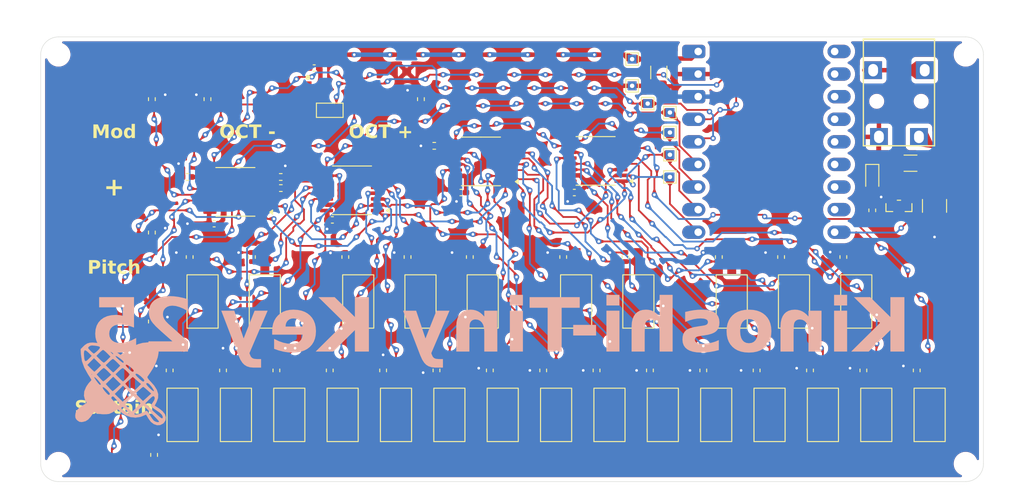
<source format=kicad_pcb>
(kicad_pcb (version 20241229) (generator "pcbnew") (generator_version "9.0")
  (layers (0 "F.Cu" signal) (2 "B.Cu" signal) (13 "F.Paste" user) (15 "B.Paste" user) (5 "F.SilkS" user "F.Silkscreen") (7 "B.SilkS" user "B.Silkscreen") (1 "F.Mask" user) (3 "B.Mask" user) (25 "Edge.Cuts" user))
  (net 0 "")
  (net 1 "+5V")
  (net 2 "GND")
  (net 3 "+3.3V")
  (net 4 "Net-(D1-DI)")
  (net 6 "PitchBend+")
  (net 7 "PitchBend-")
  (net 8 "Modulation")
  (net 9 "Sustain")
  (net 10 "Net-(J1-PadR)")
  (net 11 "Net-(J1-PadT)")
  (net 12 "Net-(LED3-A)")
  (net 13 "UART1 TX")
  (net 14 "NEOPIXEL Out")
  (net 15 "SW OCT -")
  (net 16 "SW OCT +")
  (net 17 "Net-(U2-D6)")
  (net 18 "Net-(U2-D7)")
  (net 19 "SerialOut3")
  (net 20 "Net-(U2-DS)")
  (net 21 "Net-(U4-DS)")
  (net 22 "KEY C1")
  (net 23 "KEY C#1")
  (net 24 "KEY D1")
  (net 25 "KEY D#1")
  (net 26 "KEY E1")
  (net 27 "KEY F1")
  (net 28 "KEY F#1")
  (net 29 "KEY G1")
  (net 30 "KEY G#1")
  (net 31 "KEY A1")
  (net 32 "KEY A#1")
  (net 33 "KEY B1")
  (net 34 "KEY C2")
  (net 35 "KEY C#2")
  (net 36 "KEY D2")
  (net 37 "KEY D#2")
  (net 38 "KEY E2")
  (net 39 "KEY F2")
  (net 40 "KEY F#2")
  (net 41 "KEY G2")
  (net 42 "KEY G#2")
  (net 43 "KEY A2")
  (net 44 "KEY A#2")
  (net 45 "KEY B2")
  (net 46 "KEY C3")
  (net 47 "~{PL}")
  (net 48 "CP")
  (net 49 "SerialOut1")
  (net 50 "SerialOut2")
  (net 54 "Net-(U4-Q7)")
  (net 64 "Net-(Q1-D)")
  (footprint "my_footprint:Switch_Tactile_TSB008A2518A_C2888455" (layer "F.Cu") (at 86.95 134.5 90)
    (property "Reference" "SW14" (hide yes))
    (property "Value" "SW_SPST")
  )
  (footprint "Resistor_SMD:R_0402_1005Metric" (layer "F.Cu") (at 79.5 129.5 90)
    (property "Reference" "R20" (hide yes))
    (property "Value" "10k")
  )
  (footprint "Resistor_SMD:R_0402_1005Metric" (layer "F.Cu") (at 85.5 129.5 90)
    (property "Reference" "R22" (hide yes))
    (property "Value" "10k")
  )
  (footprint "my_footprint:Switch_Tactile_TSB008A2518A_C2888455" (layer "F.Cu") (at 74.95 134.5 90)
    (property "Reference" "SW11" (hide yes))
    (property "Value" "SW_SPST")
  )
  (footprint "my_footprint:Switch_Tactile_TSB008A2518A_C2888455" (layer "F.Cu") (at 96.7 121.75 90)
    (property "Reference" "SW17" (hide yes))
    (property "Value" "SW_SPST")
  )
  (footprint "my_footprint:Switch_Tactile_TSB008A2518A_C2888455" (layer "F.Cu") (at 82.7 121.75 90)
    (property "Reference" "SW13" (hide yes))
    (property "Value" "SW_SPST")
  )
  (footprint "Resistor_SMD:R_0402_1005Metric_Pad0.72x0.64mm_HandSolder" (layer "F.Cu") (at 65.75 99 -90)
    (property "Reference" "R6" (hide yes))
    (property "Value" "10k")
  )
  (footprint "my_footprint:Switch_Tactile_TS1187A26017_C22459525" (layer "F.Cu") (at 55.25 137.75)
    (property "Reference" "SW6" (hide yes))
    (property "Value" "SW_SPST")
  )
  (footprint "OPL_Circuit_Protection:SOT-23" (layer "F.Cu") (at 143.5 111 180)
    (property "Reference" "Q1" (hide yes))
    (property "Value" "WST4041 -40V 6A")
  )
  (footprint "Resistor_SMD:R_0402_1005Metric" (layer "F.Cu") (at 67.5 129.5 90)
    (property "Reference" "R17" (hide yes))
    (property "Value" "10k")
  )
  (footprint "MountingHole:MountingHole_2.2mm_M2" (layer "F.Cu") (at 49 94)
    (property "Reference" "H1" (hide yes))
    (property "Value" "MountingHole_M3")
  )
  (footprint "my_footprint:Switch_Tactile_TSB008A2518A_C2888455" (layer "F.Cu") (at 68.95 134.5 90)
    (property "Reference" "SW9" (hide yes))
    (property "Value" "SW_SPST")
  )
  (footprint "my_footprint:RP2040-Zero-THT-no-bottoms" (layer "F.Cu") (at 128.6 103.8)
    (property "Reference" "U1" (hide yes))
    (property "Value" "RP2040-Zero-no-bottoms" (hide yes))
  )
  (footprint "Resistor_SMD:R_0402_1005Metric" (layer "F.Cu") (at 73.99 107.75)
    (property "Reference" "R41" (hide yes))
    (property "Value" "10k")
  )
  (footprint "Package_SO:TSSOP-16_4.4x5mm_P0.65mm" (layer "F.Cu") (at 68.8875 109.425 180)
    (property "Reference" "U2" (hide yes))
    (property "Value" "74HC165")
  )
  (footprint "Capacitor_SMD:C_0402_1005Metric_Pad0.74x0.62mm_HandSolder" (layer "F.Cu") (at 66.5 113)
    (property "Reference" "C2" (hide yes))
    (property "Value" "0.1u")
  )
  (footprint "Capacitor_SMD:C_0402_1005Metric_Pad0.74x0.62mm_HandSolder" (layer "F.Cu") (at 77.75 95.5 180)
    (property "Reference" "C6" (hide yes))
    (property "Value" "0.1u")
  )
  (footprint "Resistor_SMD:R_0402_1005Metric" (layer "F.Cu") (at 88.25 116.75 90)
    (property "Reference" "R23" (hide yes))
    (property "Value" "10k")
  )
  (footprint "my_footprint:Switch_Tactile_TSB008A2518A_C2888455" (layer "F.Cu") (at 65.2 121.75 90)
    (property "Reference" "SW8" (hide yes))
    (property "Value" "SW_SPST")
  )
  (footprint "Resistor_SMD:R_0402_1005Metric_Pad0.72x0.64mm_HandSolder" (layer "F.Cu") (at 89.75 99 -90)
    (property "Reference" "R7" (hide yes))
    (property "Value" "10k")
  )
  (footprint "my_footprint:Switch_Tactile_TS1187A26017_C22459525" (layer "F.Cu") (at 55.25 97.75)
    (property "Reference" "SW5" (hide yes))
    (property "Value" "SW_SPST")
  )
  (footprint "TestPoint:TestPoint_THTPad_1.0x1.0mm_Drill0.5mm" (layer "F.Cu") (at 117.75 105.25)
    (property "Reference" "TP1" (hide yes))
    (property "Value" "TestPoint")
  )
  (footprint "TestPoint:TestPoint_THTPad_1.0x1.0mm_Drill0.5mm" (layer "F.Cu") (at 117.75 102.75)
    (property "Reference" "TP4" (hide yes))
    (property "Value" "TestPoint")
  )
  (footprint "Resistor_SMD:R_0402_1005Metric" (layer "F.Cu") (at 112.75 116.75 90)
    (property "Reference" "R30" (hide yes))
    (property "Value" "10k")
  )
  (footprint "my_footprint:Switch_Tactile_TSB008A2518A_C2888455" (layer "F.Cu") (at 110.95 134.5 90)
    (property "Reference" "SW21" (hide yes))
    (property "Value" "SW_SPST")
  )
  (footprint "Package_SO:TSSOP-16_4.4x5mm_P0.65mm" (layer "F.Cu") (at 82 109.25 180)
    (property "Reference" "U3" (hide yes))
    (property "Value" "74HC165")
  )
  (footprint "Resistor_SMD:R_0402_1005Metric" (layer "F.Cu") (at 137.25 116.75 90)
    (property "Reference" "R37" (hide yes))
    (property "Value" "10k")
  )
  (footprint "my_footprint:Switch_Tactile_TSB008A2518A_C2888455" (layer "F.Cu") (at 92.95 134.5 90)
    (property "Reference" "SW16" (hide yes))
    (property "Value" "SW_SPST")
  )
  (footprint "my_footprint:LED_NeoPixel_XL-1615RGBC-WS2812B" (layer "F.Cu") (at 77.75 97.75)
    (property "Reference" "D1" (hide yes))
    (property "Value" "LED_NeoPixel_XL-1615RGBC-WS2812B")
  )
  (footprint "my_footprint:Switch_Tactile_TSB008A2518A_C2888455" (layer "F.Cu") (at 116.95 134.5 90)
    (property "Reference" "SW23" (hide yes))
    (property "Value" "SW_SPST")
  )
  (footprint "Capacitor_SMD:C_1206_3216Metric_Pad1.33x1.80mm_HandSolder" (layer "F.Cu") (at 116.5 96 -90)
    (property "Reference" "C1" (hide yes))
    (property "Value" "10u")
  )
  (footprint "Resistor_SMD:R_0402_1005Metric" (layer "F.Cu") (at 91.25 104.25 180)
    (property "Reference" "R14" (hide yes))
    (property "Value" "10k")
  )
  (footprint "TestPoint:TestPoint_THTPad_1.0x1.0mm_Drill0.5mm" (layer "F.Cu") (at 113.5 97.5)
    (property "Reference" "TP5" (hide yes))
    (property "Value" "TestPoint")
  )
  (footprint "Resistor_SMD:R_0402_1005Metric" (layer "F.Cu") (at 109.5 129.5 90)
    (property "Reference" "R29" (hide yes))
    (property "Value" "10k")
  )
  (footprint "Resistor_SMD:R_0402_1005Metric" (layer "F.Cu") (at 105.75 116.75 90)
    (property "Reference" "R28" (hide yes))
    (property "Value" "10k")
  )
  (footprint "Resistor_SMD:R_0402_1005Metric_Pad0.72x0.64mm_HandSolder" (layer "F.Cu") (at 59.75 139 -90)
    (property "Reference" "R11" (hide yes))
    (property "Value" "10k")
  )
  (footprint "my_footprint:Switch_Tactile_TSB008A2518A_C2888455" (layer "F.Cu") (at 138.7 121.75 90)
    (property "Reference" "SW29" (hide yes))
    (property "Value" "SW_SPST")
  )
  (footprint "Resistor_SMD:R_0402_1005Metric" (layer "F.Cu") (at 103.5 129.5 90)
    (property "Reference" "R27" (hide yes))
    (property "Value" "10k")
  )
  (footprint "Capacitor_SMD:C_0402_1005Metric_Pad0.74x0.62mm_HandSolder" (layer "F.Cu") (at 79.795 112.575)
    (property "Reference" "C3" (hide yes))
    (property "Value" "0.1u")
  )
  (footprint "Resistor_SMD:R_0402_1005Metric" (layer "F.Cu") (at 115.5 129.5 90)
    (property "Reference" "R31" (hide yes))
    (property "Value" "10k")
  )
  (footprint "Resistor_SMD:R_0402_1005Metric" (layer "F.Cu") (at 127.5 129.5 90)
    (property "Reference" "R34" (hide yes))
    (property "Value" "10k")
  )
  (footprint "Resistor_SMD:R_0402_1005Metric" (layer "F.Cu") (at 133.5 129.5 90)
    (property "Reference" "R36" (hide yes))
    (property "Value" "10k")
  )
  (footprint "Resistor_SMD:R_0402_1005Metric" (layer "F.Cu") (at 123.25 116.75 90)
    (property "Reference" "R33" (hide yes))
    (property "Value" "10k")
  )
  (footprint "Resistor_SMD:R_0402_1005Metric" (layer "F.Cu") (at 140.5 111.5 90)
    (property "Reference" "R2" (hide yes))
    (property "Value" "470")
  )
  (footprint "my_footprint:Switch_Tactile_TSB008A2518A_C2888455" (layer "F.Cu") (at 134.95 134.5 90)
    (property "Reference" "SW28" (hide yes))
    (property "Value" "SW_SPST")
  )
  (footprint "Resistor_SMD:R_0402_1005Metric" (layer "F.Cu") (at 61.5 129.5 90)
    (property "Reference" "R15" (hide yes))
    (property "Value" "10k")
  )
  (footprint "my_footprint:Switch_Tactile_TSB008A2518A_C2888455" (layer "F.Cu") (at 80.95 134.5 90)
    (property "Reference" "SW12" (hide yes))
    (property "Value" "SW_SPST")
  )
  (footprint "LED_SMD:LED_0603_1608Metric_Pad1.05x0.95mm_HandSolder" (layer "F.Cu") (at 140.5 108 -90)
    (property "Reference" "LED3" (hide yes))
    (property "Value" "19-217/GHC-YR1S2/3T")
  )
  (footprint "my_footprint:Switch_Tactile_TS1187A26017_C22459525" (layer "F.Cu") (at 55.25 112.75)
    (property "Reference" "SW3" (hide yes))
    (property "Value" "SW_SPST")
  )
  (footprint "my_footprint:Switch_Tactile_TS1187A26017_C22459525" (layer "F.Cu") (at 85.25 97.75)
    (property "Reference" "SW2" (hide yes))
    (property "Value" "SW_SPST")
  )
  (footprint "Capacitor_SMD:C_0402_1005Metric_Pad0.74x0.62mm_HandSolder" (layer "F.Cu") (at 107 109.5)
    (property "Reference" "C5" (hide yes))
    (property "Value" "0.1u")
  )
  (footprint "my_footprint:Switch_Tactile_TSB008A2518A_C2888455" (layer "F.Cu") (at 107.2 121.75 90)
    (property "Reference" "SW20" (hide yes))
    (property "Value" "SW_SPST")
  )
  (footprint "Resistor_SMD:R_0402_1005Metric_Pad0.72x0.64mm_HandSolder" (layer "F.Cu") (at 59.5 124 -90)
    (property "Reference" "R9" (hide yes))
    (property "Value" "10k")
  )
  (footprint "MountingHole:MountingHole_2.2mm_M2" (layer "F.Cu") (at 49 140)
    (property "Reference" "H4" (hide yes))
    (property "Value" "MountingHole_M3")
  )
  (footprint "Resistor_SMD:R_0402_1005Metric" (layer "F.Cu") (at 121.5 129.5 90)
    (property "Reference" "R32" (hide yes))
    (property "Value" "10k")
  )
  (footprint "MountingHole:MountingHole_2.2mm_M2" (layer "F.Cu") (at 151 140)
    (property "Reference" "H3" (hide yes))
    (property "Value" "MountingHole_M3")
  )
  (footprint "TestPoint:TestPoint_THTPad_1.0x1.0mm_Drill0.5mm" (layer "F.Cu") (at 117.75 107.75)
    (property "Reference" "TP2" (hide yes))
    (property "Value" "TestPoint")
  )
  (footprint "my_footprint:Switch_Tactile_TSB008A2518A_C2888455" (layer "F.Cu") (at 72.2 121.75 90)
    (property "Reference" "SW10" (hide yes))
    (property "Value" "SW_SPST")
  )
  (footprint "TestPoint:TestPoint_THTPad_1.0x1.0mm_Drill0.5mm" (layer "F.Cu") (at 115.25 99.5)
    (property "Reference" "TP7" (hide yes))
    (property "Value" "TestPoint")
  )
  (footprint "MountingHole:MountingHole_2.2mm_M2" (layer "F.Cu") (at 151 94)
    (property "Reference" "H2" (hide yes))
    (property "Value" "MountingHole_M3")
  )
  (footprint "Resistor_SMD:R_0402_1005Metric" (layer "F.Cu") (at 74 109)
    (property "Reference" "R40" (hide yes))
    (property "Value" "10k")
  )
  (footprint "Package_SO:TSSOP-16_4.4x5mm_P0.65mm" (layer "F.Cu") (at 109.3875 105.945 180)
    (property "Reference" "U5" (hide yes))
    (property "Value" "74HC165")
  )
  (footprint "Resistor_SMD:R_1206_3216Metric_Pad1.30x1.75mm_HandSolder" (layer "F.Cu") (at 144.8 106.2)
    (property "Reference" "R5" (hide yes))
    (property "Value" "10 0.25W")
  )
  (footprint "Resistor_SMD:R_0402_1005Metric" (layer "F.Cu") (at 95.25 116.75 90)
    (property "Reference" "R25" (hide yes))
    (property "Value" "10k")
  )
  (footprint "my_footprint:Switch_Tactile_TSB008A2518A_C2888455" (layer "F.Cu") (at 104.95 134.5 90)
    (property "Reference" "SW19" (hide yes))
    (property "Value" "SW_SPST")
  )
  (footprint "my_footprint:3.5mm_Stereo_TRS_PJ-3210-4A_and_ST-005-G" (layer "F.Cu") (at 143.5 92.2425 -90)
    (property "Reference" "J1" (hide yes))
    (property "Value" "AudioJack3")
  )
  (footprint "Resistor_SMD:R_1210_3225Metric_Pad1.30x2.65mm_HandSolder" (layer "F.Cu") (at 147.5 111 -90)
    (property "Reference" "R4" (hide yes))
    (property "Value" "33 0.5W")
  )
  (footprint "my_footprint:Switch_Tactile_TSB008A2518A_C2888455" (layer "F.Cu") (at 122.95 134.5 90)
    (property "Reference" "SW24" (hide yes))
    (property "Value" "SW_SPST")
  )
  (footprint "my_footprint:Switch_Tactile_TSB008A2518A_C2888455" (layer "F.Cu") (at 128.95 134.5 90)
    (property "Reference" "SW26" (hide yes))
    (property "Value" "SW_SPST")
  )
  (footprint "Resistor_SMD:R_0402_1005Metric" (layer "F.Cu") (at 63.75 116.75 90)
    (property "Reference" "R16" (hide yes))
    (property "Value" "10k")
  )
  (footprint "my_footprint:Switch_Tactile_TSB008A2518A_C2888455" (layer "F.Cu") (at 124.7 121.75 90)
    (property "Reference" "SW25" (hide yes))
    (property "Value" "SW_SPST")
  )
  (footprint "Resistor_SMD:R_0402_1005Metric" (layer "F.Cu") (at 130.25 116.75 90)
    (property "Reference" "R35" (hide yes))
    (property "Value" "10k")
  )
  (footprint "PCM_Resistor_SMD_AKL:R_0603_1608Metric" (layer "F.Cu") (at 79.5 100.25 180)
    (property "Reference" "R1" (hide yes))
    (property "Value" "470" (hide yes))
  )
  (footprint "my_footprint:Switch_Tactile_TSB008A2518A_C2888455" (layer "F.Cu") (at 62.95 134.5 90)
    (property "Reference" "SW7" (hide yes))
    (property "Value" "SW_SPST")
  )
  (footprint "my_footprint:Switch_Tactile_TSB008A2518A_C2888455" (layer "F.Cu") (at 146.95 134.5 90)
    (property "Reference" "SW31" (hide yes))
    (property "Value" "SW_SPST")
  )
  (footprint "Resistor_SMD:R_0402_1005Metric" (layer "F.Cu") (at 145.5 129.5 90)
    (property "Reference" "R39" (hide yes))
    (property "Value" "10k")
  )
  (footprint "my_footprint:Switch_Tactile_TSB008A2518A_C2888455" (layer "F.Cu") (at 114.2 121.75 90)
    (property "Reference" "SW22" (hide yes))
    (property "Value" "SW_SPST")
  )
  (footprint "my_footprint:Switch_Tactile_TS1187A26017_C22459525" (layer "F.Cu") (at 55.25 122.75)
    (property "Reference" "SW4" (hide yes))
    (property "Value" "SW_SPST")
  )
  (footprint "my_footprint:Switch_Tactile_TSB008A2518A_C2888455" (layer "F.Cu") (at 140.95 134.5 90)
    (property "Reference" "SW30" (hide yes))
    (property "Value" "SW_SPST")
  )
  (footprint "Resistor_SMD:R_0402_1005Metric_Pad0.72x0.64mm_HandSolder" (layer "F.Cu") (at 59.5 114 -90)
    (property "Reference" "R8" (hide yes))
    (property "Value" "10k")
  )
  (footprint "Capacitor_SMD:C_0402_1005Metric_Pad0.74x0.62mm_HandSolder" (layer "F.Cu") (at 94.25 109.5)
    (property "Reference" "C4" (hide yes))
    (property "Value" "0.1u")
  )
  (footprint "Resistor_SMD:R_0402_1005Metric_Pad0.72x0.64mm_HandSolder" (layer "F.Cu") (at 59.5 99 -90)
    (property "Reference" "R10" (hide yes))
    (property "Value" "10k")
  )
  (footprint "Package_SO:TSSOP-16_4.4x5mm_P0.65mm" (layer "F.Cu") (at 96.5 106 180)
    (property "Reference" "U4" (hide yes))
    (property "Value" "74HC165")
  )
  (footprint "my_footprint:Switch_Tactile_TSB008A2518A_C2888455" (layer "F.Cu") (at 131.7 121.75 90)
    (property "Reference" "SW27" (hide yes))
    (property "Value" "SW_SPST")
  )
  (footprint "my_footprint:Switch_Tactile_TSB008A2518A_C2888455" (layer "F.Cu") (at 98.95 134.5 90)
    (property "Reference" "SW18" (hide yes))
    (property "Value" "SW_SPST")
  )
  (footprint "Resistor_SMD:R_0402_1005Metric" (layer "F.Cu") (at 97.5 129.5 90)
    (property "Reference" "R26" (hide yes))
    (property "Value" "10k")
  )
  (footprint "Resistor_SMD:R_0402_1005Metric" (layer "F.Cu") (at 81.25 116.75 90)
    (property "Reference" "R21" (hide yes))
    (property "Value" "10k")
  )
  (footprint "TestPoint:TestPoint_THTPad_1.0x1.0mm_Drill0.5mm" (layer "F.Cu") (at 117.75 100.5)
    (property "Reference" "TP3" (hide yes))
    (property "Value" "TestPoint")
  )
  (footprint "Resistor_SMD:R_0402_1005Metric" (layer "F.Cu") (at 91.5 129.5 90)
    (property "Reference" "R24" (hide yes))
    (property "Value" "10k")
  )
  (footprint "Resistor_SMD:R_0402_1005Metric" (layer "F.Cu") (at 139.5 129.5 90)
    (property "Reference" "R38" (hide yes))
    (property "Value" "10k")
  )
  (footprint "TestPoint:TestPoint_THTPad_1.0x1.0mm_Drill0.5mm" (layer "F.Cu") (at 113.5 94.5)
    (property "Reference" "TP6" (hide yes))
    (property "Value" "TestPoint")
  )
  (footprint "Resistor_SMD:R_0402_1005Metric" (layer "F.Cu") (at 73.5 129.5 90)
    (property "Reference" "R19" (hide yes))
    (property "Value" "10k")
  )
  (footprint "Resistor_SMD:R_0402_1005Metric" (layer "F.Cu") (at 63.5 107.75 180)
    (property "Reference" "R12" (hide yes))
    (property "Value" "10k")
  )
  (footprint "Resistor_SMD:R_0402_1005Metric" (layer "F.Cu") (at 70.75 116.75 90)
    (property "Reference" "R18" (hide yes))
    (property "Value" "10k")
  )
  (footprint "my_footprint:Switch_Tactile_TS1187A26017_C22459525" (layer "F.Cu") (at 70.25 97.75)
    (property "Reference" "SW1" (hide yes))
    (property "Value" "SW_SPST")
  )
  (footprint "my_footprint:Switch_Tactile_TSB008A2518A_C2888455" (layer "F.Cu") (at 89.7 121.75 90)
    (property "Reference" "SW15" (hide yes))
    (property "Value" "SW_SPST")
  )
  (footprint "my_footprint:kinoshita-logo_simplified_300dpi" (layer "B.Cu") (at 56 131 180)
    (property "Reference" "LOGO1" (hide yes))
    (property "Value" "logo" (hide yes))
  )
  (gr_line (start 49 92) (end 151 92) (stroke (width 0.05)) (layer "Edge.Cuts"))
  (gr_line (start 47 140) (end 47 94) (stroke (width 0.05)) (layer "Edge.Cuts"))
  (gr_arc (start 153 140) (mid 152.414214 141.414214) (end 151 142) (stroke (width 0.05)) (layer "Edge.Cuts"))
  (gr_arc (start 49 142) (mid 47.585786 141.414214) (end 47 140) (stroke (width 0.05)) (layer "Edge.Cuts"))
  (gr_arc (start 47 94) (mid 47.585786 92.585786) (end 49 92) (stroke (width 0.05)) (layer "Edge.Cuts"))
  (gr_line (start 151 142) (end 49 142) (stroke (width 0.05)) (layer "Edge.Cuts"))
  (gr_arc (start 151 92) (mid 152.414214 92.585786) (end 153 94) (stroke (width 0.05)) (layer "Edge.Cuts"))
  (gr_line (start 153 94) (end 153 140) (stroke (width 0.05)) (layer "Edge.Cuts"))
  (gr_text "Sustain" (at 55.25 133.75 0) (layer "F.SilkS") (effects (font (size 1.5 1.5) (thickness 0.2) (bold yes))))
  (gr_text "-" (at 55.25 127 0) (layer "F.SilkS") (effects (font (size 3 4) (thickness 0.2) (bold yes))))
  (gr_text "Pitch" (at 55.25 118 0) (layer "F.SilkS") (effects (font (size 1.5 1.5) (thickness 0.2) (bold yes))))
  (gr_text "+" (at 55.25 109 0) (layer "F.SilkS") (effects (font (size 2 2) (thickness 0.2) (bold yes))))
  (gr_text "Mod" (at 55.25 102.75 0) (layer "F.SilkS") (effects (font (size 1.5 1.5) (thickness 0.2) (bold yes))))
  (gr_text "OCT -" (at 70.25 102.75 0) (layer "F.SilkS") (effects (font (size 1.5 1.5) (thickness 0.2) (bold yes))))
  (gr_text "OCT +" (at 85.25 102.75 0) (layer "F.SilkS") (effects (font (size 1.5 1.5) (thickness 0.2) (bold yes))))
  (gr_text "Kinoshi-Tiny Key 25" (at 144.885053 128.4 0) (layer "B.SilkS") (effects (font (size 6 6) (thickness 0.6) (bold yes)) (justify left bottom mirror)))
  (segment (start 78.45 97.325) (end 78.45 95.6325) (width 0.5) (layer "F.Cu") (net 1))
  (segment (start 116.5 94.4375) (end 120.1325 94.4375) (width 0.5) (layer "F.Cu") (net 1))
  (segment (start 78.3175 95.1825) (end 79 94.5) (width 0.5) (layer "F.Cu") (net 1))
  (segment (start 113 94) (end 113.5 94.5) (width 0.5) (layer "F.Cu") (net 1))
  (segment (start 79.5 94) (end 82.25 94) (width 0.5) (layer "F.Cu") (net 1))
  (segment (start 78.3175 95.5) (end 78.3175 95.1825) (width 0.5) (layer "F.Cu") (net 1))
  (segment (start 120.1325 94.4375) (end 120.93 93.64) (width 0.5) (layer "F.Cu") (net 1))
  (segment (start 94 94) (end 97.5 94) (width 0.5) (layer "F.Cu") (net 1))
  (segment (start 86.25 94) (end 90 94) (width 0.5) (layer "F.Cu") (net 1))
  (segment (start 116.4375 94.5) (end 116.5 94.4375) (width 0.5) (layer "F.Cu") (net 1))
  (segment (start 101.75 94) (end 105.75 94) (width 0.5) (layer "F.Cu") (net 1))
  (segment (start 113.5 94.5) (end 116.4375 94.5) (width 0.5) (layer "F.Cu") (net 1))
  (segment (start 109.25 94) (end 113 94) (width 0.5) (layer "F.Cu") (net 1))
  (segment (start 79 94.5) (end 79.5 94) (width 0.5) (layer "F.Cu") (net 1))
  (segment (start 78.45 95.6325) (end 78.3175 95.5) (width 0.5) (layer "F.Cu") (net 1))
  (via (at 101.75 94) (size 0.6) (drill 0.3) (layers "F.Cu" "B.Cu") (net 1))
  (via (at 94 94) (size 0.6) (drill 0.3) (layers "F.Cu" "B.Cu") (net 1))
  (via (at 105.75 94) (size 0.6) (drill 0.3) (layers "F.Cu" "B.Cu") (net 1))
  (via (at 90 94) (size 0.6) (drill 0.3) (layers "F.Cu" "B.Cu") (net 1))
  (via (at 82.25 94) (size 0.6) (drill 0.3) (layers "F.Cu" "B.Cu") (net 1))
  (via (at 109.25 94) (size 0.6) (drill 0.3) (layers "F.Cu" "B.Cu") (net 1))
  (via (at 86.25 94) (size 0.6) (drill 0.3) (layers "F.Cu" "B.Cu") (net 1))
  (via (at 97.5 94) (size 0.6) (drill 0.3) (layers "F.Cu" "B.Cu") (net 1))
  (segment (start 97.5 94) (end 101.75 94) (width 0.5) (layer "B.Cu") (net 1))
  (segment (start 105.75 94) (end 109.25 94) (width 0.5) (layer "B.Cu") (net 1))
  (segment (start 90 94) (end 94 94) (width 0.5) (layer "B.Cu") (net 1))
  (segment (start 82.25 94) (end 86.25 94) (width 0.5) (layer "B.Cu") (net 1))
  (segment (start 83.775 106.975) (end 84.8625 106.975) (width 0.5) (layer "F.Cu") (net 2))
  (segment (start 94.826 109.4915) (end 94.826 107.826) (width 0.5) (layer "F.Cu") (net 2))
  (segment (start 106.525 107.57) (end 107.613452 107.57) (width 0.5) (layer "F.Cu") (net 2))
  (segment (start 67.05 111.05) (end 66.025 111.05) (width 0.5) (layer "F.Cu") (net 2))
  (segment (start 80.326 111.193996) (end 80.326 110.924) (width 0.5) (layer "F.Cu") (net 2))
  (segment (start 96.75 106.131371) (end 96.75 104.5) (width 0.5) (layer "F.Cu") (net 2))
  (segment (start 95.055371 107.826) (end 96.75 106.131371) (width 0.5) (layer "F.Cu") (net 2))
  (segment (start 141.2 103.2925) (end 141.25 103.2425) (width 0.5) (layer "F.Cu") (net 2))
  (segment (start 80.326 111.193996) (end 80.007004 110.875) (width 0.5) (layer "F.Cu") (net 2))
  (segment (start 81.5 109.75) (end 81.5 109.25) (width 0.5) (layer "F.Cu") (net 2))
  (segment (start 110.83 103.67) (end 112.25 103.67) (width 0.5) (layer "F.Cu") (net 2))
  (segment (start 109.5 107.5675) (end 109.5 105) (width 0.5) (layer "F.Cu") (net 2))
  (segment (start 141.2 106.4) (end 141.2 103.2925) (width 0.5) (layer "F.Cu") (net 2))
  (segment (start 81.5 109.25) (end 83.775 106.975) (width 0.5) (layer "F.Cu") (net 2))
  (segment (start 107.5675 109.5) (end 108.65875 108.40875) (width 0.5) (layer "F.Cu") (net 2))
  (segment (start 80.326 110.924) (end 81.5 109.75) (width 0.5) (layer "F.Cu") (net 2))
  (segment (start 67.5 112.5675) (end 67.5 111.5) (width 0.5) (layer "F.Cu") (net 2))
  (segment (start 67.05 111.05) (end 67.2135 110.8865) (width 0.5) (layer "F.Cu") (net 2))
  (segment (start 80.3625 112.575) (end 80.3625 111.5365) (width 0.5) (layer "F.Cu") (net 2))
  (segment (start 94.826 107.826) (end 94.625 107.625) (width 0.5) (layer "F.Cu") (net 2))
  (segment (start 80.3625 111.5365) (end 80.326 111.5) (width 0.5) (layer "F.Cu") (net 2))
  (segment (start 107.613452 107.57) (end 108.452202 108.40875) (width 0.5) (layer "F.Cu") (net 2))
  (segment (start 94.8175 109.5) (end 94.826 109.4915) (width 0.5) (layer "F.Cu") (net 2))
  (segment (start 97.526 103.724) (end 99.3625 103.724) (width 0.5) (layer "F.Cu") (net 2))
  (segment (start 109.5 105) (end 110.83 103.67) (width 0.5) (layer "F.Cu") (net 2))
  (segment (start 67.0675 113) (end 67.5 112.5675) (width 0.5) (layer "F.Cu") (net 2))
  (segment (start 94.625 107.625) (end 93.6375 107.625) (width 0.5) (layer "F.Cu") (net 2))
  (segment (start 79.1375 110.875) (end 80.007004 110.875) (width 0.5) (layer "F.Cu") (net 2))
  (segment (start 67.5 111.5) (end 67.05 111.05) (width 0.5) (layer "F.Cu") (net 2))
  (segment (start 96.75 104.5) (end 97.526 103.724) (width 0.5) (layer "F.Cu") (net 2))
  (segment (start 67.2135 110.8865) (end 67.2135 110.5365) (width 0.5) (layer "F.Cu") (net 2))
  (segment (start 70.6 107.15) (end 71.75 107.15) (width 0.5) (layer "F.Cu") (net 2))
  (segment (start 67.2135 110.5365) (end 70.6 107.15) (width 0.5) (layer "F.Cu") (net 2))
  (segment (start 80.326 111.5) (end 80.326 111.193996) (width 0.5) (layer "F.Cu") (net 2))
  (segment (start 94.826 107.826) (end 95.055371 107.826) (width 0.5) (layer "F.Cu") (net 2))
  (segment (start 108.65875 108.40875) (end 109.5 107.5675) (width 0.5) (layer "F.Cu") (net 2))
  (segment (start 108.452202 108.40875) (end 108.65875 108.40875) (width 0.5) (layer "F.Cu") (net 2))
  (segment (start 79.2275 113.5725) (end 79.2 113.6) (width 0.5) (layer "F.Cu") (net 3))
  (segment (start 62.26 116.24) (end 62.25 116.25) (width 0.2) (layer "F.Cu") (net 3))
  (segment (start 93.6825 109.5) (end 93.6825 110.4325) (width 0.5) (layer "F.Cu") (net 3))
  (segment (start 106.4325 108.3645) (end 106.4325 109.5) (width 0.5) (layer "F.Cu") (net 3))
  (segment (start 65.9325 113) (end 65.9325 111.8435) (width 0.5) (layer "F.Cu") (net 3))
  (segment (start 89.75 98.4025) (end 88.6525 98.4025) (width 0.2) (layer "F.Cu") (net 3))
  (segment (start 67.5 128.99) (end 67.5 127) (width 0.2) (layer "F.Cu") (net 3))
  (segment (start 74.5 107.75) (end 74.5 106.5) (width 0.5) (layer "F.Cu") (net 3))
  (segment (start 61.5 128.99) (end 60.01 128.99) (width 0.2) (layer "F.Cu") (net 3))
  (segment (start 59.5 113.4025) (end 60.9025 113.4025) (width 0.2) (layer "F.Cu") (net 3))
  (segment (start 127.5 128.99) (end 126.26 128.99) (width 0.2) (layer "F.Cu") (net 3))
  (segment (start 93.6825 110.4325) (end 93.75 110.5) (width 0.5) (layer "F.Cu") (net 3))
  (segment (start 70.75 116.24) (end 69.26 116.24) (width 0.2) (layer "F.Cu") (net 3))
  (segment (start 93.26 116.24) (end 93.25 116.25) (width 0.2) (layer "F.Cu") (net 3))
  (segment (start 141.516 109.984) (end 141.5 110) (width 0.2) (layer "F.Cu") (net 3))
  (segment (start 90.76 128.99) (end 90 129.75) (width 0.2) (layer "F.Cu") (net 3))
  (segment (start 147.5 112.55) (end 147.5 114.5) (width 0.2) (layer "F.Cu") (net 3))
  (segment (start 137.25 116.24) (end 135.815177 116.24) (width 0.2) (layer "F.Cu") (net 3))
  (segment (start 112.75 116.24) (end 111.01 116.24) (width 0.2) (layer "F.Cu") (net 3))
  (segment (start 115.5 128.99) (end 114.51 128.99) (width 0.2) (layer "F.Cu") (net 3))
  (segment (start 79.2275 112.575) (end 79.2275 113.5725) (width 0.5) (layer "F.Cu") (net 3))
  (segment (start 59.75 138.4025) (end 59.75 137.25) (width 0.2) (layer "F.Cu") (net 3))
  (segment (start 91.5 128.99) (end 90.76 128.99) (width 0.2) (layer "F.Cu") (net 3))
  (segment (start 63.75 116.24) (end 62.26 116.24) (width 0.2) (layer "F.Cu") (net 3))
  (segment (start 128.51 116.24) (end 128.5 116.25) (width 0.2) (layer "F.Cu") (net 3))
  (segment (start 81.25 116.24) (end 79.632067 116.24) (width 0.2) (layer "F.Cu") (net 3))
  (segment (start 121.51 116.24) (end 121.5 116.25) (width 0.2) (layer "F.Cu") (net 3))
  (segment (start 138.26 128.99) (end 138 129.25) (width 0.2) (layer "F.Cu") (net 3))
  (segment (start 65.9325 113) (end 63.5 113) (width 0.5) (layer "F.Cu") (net 3))
  (segment (start 88.6525 98.4025) (end 88.25 98) (width 0.2) (layer "F.Cu") (net 3))
  (segment (start 111.01 116.24) (end 111 116.25) (width 0.2) (layer "F.Cu") (net 3))
  (segment (start 114.51 128.99) (end 114 129.5) (width 0.2) (layer "F.Cu") (net 3))
  (segment (start 96.51 128.99) (end 96.25 129.25) (width 0.2) (layer "F.Cu") (net 3))
  (segment (start 93.6825 108.372) (end 93.6825 109.5) (width 0.5) (layer "F.Cu") (net 3))
  (segment (start 74.51 107.76) (end 74.5 107.75) (width 0.5) (layer "F.Cu") (net 3))
  (segment (start 60.01 128.99) (end 60 129) (width 0.2) (layer "F.Cu") (net 3))
  (segment (start 85.5 128.99) (end 85.5 127.75) (width 0.2) (layer "F.Cu") (net 3))
  (segment (start 139.5 128.99) (end 138.26 128.99) (width 0.2) (layer "F.Cu") (net 3))
  (segment (start 105.75 116.24) (end 104.01 116.24) (width 0.2) (layer "F.Cu") (net 3))
  (segment (start 79.2275 112.575) (end 79.2275 111.667) (width 0.5) (layer "F.Cu") (net 3))
  (segment (start 135.815177 116.24) (end 135.768794 116.193617) (width 0.2) (layer "F.Cu") (net 3))
  (segment (start 95.25 116.24) (end 93.26 116.24) (width 0.2) (layer "F.Cu") (net 3))
  (segment (start 88.25 116.24) (end 86.76 116.24) (width 0.2) (layer "F.Cu") (net 3))
  (segment (start 61.1525 123.4025) (end 61.25 123.5) (width 0.2) (layer "F.Cu") (net 3))
  (segment (start 90.74 104.25) (end 89.75 104.25) (width 0.2) (layer "F.Cu") (net 3))
  (segment (start 62.99 107.75) (end 62.99 106.74) (width 0.5) (layer "F.Cu") (net 3))
  (segment (start 73.5 128) (end 74.5 127) (width 0.2) (layer "F.Cu") (net 3))
  (segment (start 59.75 137.25) (end 60.25 136.75) (width 0.2) (layer "F.Cu") (net 3))
  (segment (start 97.5 128.99) (end 96.51 128.99) (width 0.2) (layer "F.Cu") (net 3))
  (segment (start 126.26 128.99) (end 125.75 129.5) (width 0.2) (layer "F.Cu") (net 3))
  (segment (start 65.9325 111.8435) (end 66.025 111.751) (width 0.5) (layer "F.Cu") (net 3))
  (segment (start 60.9025 98.4025) (end 61 98.5) (width 0.2) (layer "F.Cu") (net 3))
  (segment (start 69.26 116.24) (end 69.25 116.25) (width 0.2) (layer "F.Cu") (net 3))
  (segment (start 79.632067 116.24) (end 79.581378 116.290689) (width 0.2) (layer "F.Cu") (net 3))
  (segment (start 132.26 128.99) (end 132 129.25) (width 0.2) (layer "F.Cu") (net 3))
  (segment (start 130.25 116.24) (end 128.51 116.24) (width 0.2) (layer "F.Cu") (net 3))
  (segment (start 59.5 98.4025) (end 60.9025 98.4025) (width 0.2) (layer "F.Cu") (net 3))
  (segment (start 103.5 128.99) (end 102.51 128.99) (width 0.2) (layer "F.Cu") (net 3))
  (segment (start 142.611 109.984) (end 141.516 109.984) (width 0.2) (layer "F.Cu") (net 3))
  (segment (start 79.5 128.99) (end 79.5 127) (width 0.2) (layer "F.Cu") (net 3))
  (segment (start 73.5 128.99) (end 73.5 128) (width 0.2) (layer "F.Cu") (net 3))
  (segment (start 108.51 128.99) (end 108 129.5) (width 0.2) (layer "F.Cu") (net 3))
  (segment (start 104.01 116.24) (end 104 116.25) (width 0.2) (layer "F.Cu") (net 3))
  (segment (start 59.5 123.4025) (end 61.1525 123.4025) (width 0.2) (layer "F.Cu") (net 3))
  (segment (start 144.01 128.99) (end 144 129) (width 0.2) (layer "F.Cu") (net 3))
  (segment (start 106.4325 109.5) (end 106.4325 110.3175) (width 0.5) (layer "F.Cu") (net 3))
  (segment (start 102.51 128.99) (end 102 129.5) (width 0.2) (layer "F.Cu") (net 3))
  (segment (start 145.5 128.99) (end 144.01 128.99) (width 0.2) (layer "F.Cu") (net 3))
  (segment (start 64.5975 98.4025) (end 64.5 98.5) (width 0.2) (layer "F.Cu") (net 3))
  (segment (start 86.76 116.24) (end 86.75 116.25) (width 0.2) (layer "F.Cu") (net 3))
  (segment (start 109.5 128.99) (end 108.51 128.99) (width 0.2) (layer "F.Cu") (net 3))
  (segment (start 93.6375 108.327) (end 93.6825 108.372) (width 0.5) (layer "F.Cu") (net 3))
  (segment (start 74.51 109) (end 74.51 107.76) (width 0.5) (layer "F.Cu") (net 3))
  (segment (start 106.4325 110.3175) (end 106.25 110.5) (width 0.5) (layer "F.Cu") (net 3))
  (segment (start 123.25 116.24) (end 121.51 116.24) (width 0.2) (layer "F.Cu") (net 3))
  (segment (start 62.99 106.74) (end 62.5 106.25) (width 0.5) (layer "F.Cu") (net 3))
  (segment (start 79.2275 111.667) (end 79.1375 111.577) (width 0.5) (layer "F.Cu") (net 3))
  (segment (start 65.75 98.4025) (end 64.5975 98.4025) (width 0.2) (layer "F.Cu") (net 3))
  (segment (start 121.5 128.99) (end 120.51 128.99) (width 0.2) (layer "F.Cu") (net 3))
  (segment (start 120.51 128.99) (end 120 129.5) (width 0.2) (layer "F.Cu") (net 3))
  (segment (start 133.5 128.99) (end 132.26 128.99) (width 0.2) (layer "F.Cu") (net 3))
  (segment (start 106.525 108.272) (end 106.4325 108.3645) (width 0.5) (layer "F.Cu") (net 3))
  (segment (start 60.9025 113.4025) (end 61 113.5) (width 0.2) (layer "F.Cu") (net 3))
  (via (at 61 113.5) (size 0.6) (drill 0.3) (layers "F.Cu" "B.Cu") (net 3))
  (via (at 102 129.5) (size 0.6) (drill 0.3) (layers "F.Cu" "B.Cu") (net 3))
  (via (at 138 129.25) (size 0.6) (drill 0.3) (layers "F.Cu" "B.Cu") (net 3))
  (via (at 104 116.25) (size 0.6) (drill 0.3) (layers "F.Cu" "B.Cu") (net 3))
  (via (at 128.5 116.25) (size 0.6) (drill 0.3) (layers "F.Cu" "B.Cu") (net 3))
  (via (at 62.25 116.25) (size 0.6) (drill 0.3) (layers "F.Cu" "B.Cu") (net 3))
  (via (at 62.5 106.25) (size 0.6) (drill 0.3) (layers "F.Cu" "B.Cu") (net 3))
  (via (at 60.25 136.75) (size 0.6) (drill 0.3) (layers "F.Cu" "B.Cu") (net 3))
  (via (at 144 129) (size 0.6) (drill 0.3) (layers "F.Cu" "B.Cu") (net 3))
  (via (at 60 129) (size 0.6) (drill 0.3) (layers "F.Cu" "B.Cu") (net 3))
  (via (at 93.25 116.25) (size 0.6) (drill 0.3) (layers "F.Cu" "B.Cu") (net 3))
  (via (at 147.5 114.5) (size 0.6) (drill 0.3) (layers "F.Cu" "B.Cu") (net 3))
  (via (at 69.25 116.25) (size 0.6) (drill 0.3) (layers "F.Cu" "B.Cu") (net 3))
  (via (at 79.5 127) (size 0.6) (drill 0.3) (layers "F.Cu" "B.Cu") (net 3))
  (via (at 74.5 127) (size 0.6) (drill 0.3) (layers "F.Cu" "B.Cu") (net 3))
  (via (at 67.5 127) (size 0.6) (drill 0.3) (layers "F.Cu" "B.Cu") (net 3))
  (via (at 135.768794 116.193617) (size 0.6) (drill 0.3) (layers "F.Cu" "B.Cu") (net 3))
  (via (at 74.5 106.5) (size 0.6) (drill 0.3) (layers "F.Cu" "B.Cu") (net 3))
  (via (at 96.25 129.25) (size 0.6) (drill 0.3) (layers "F.Cu" "B.Cu") (net 3))
  (via (at 61.25 123.5) (size 0.6) (drill 0.3) (layers "F.Cu" "B.Cu") (net 3))
  (via (at 111 116.25) (size 0.6) (drill 0.3) (layers "F.Cu" "B.Cu") (net 3))
  (via (at 88.25 98) (size 0.6) (drill 0.3) (layers "F.Cu" "B.Cu") (net 3))
  (via (at 85.5 127.75) (size 0.6) (drill 0.3) (layers "F.Cu" "B.Cu") (net 3))
  (via (at 93.75 110.5) (size 0.6) (drill 0.3) (layers "F.Cu" "B.Cu") (net 3))
  (via (at 64.5 98.5) (size 0.6) (drill 0.3) (layers "F.Cu" "B.Cu") (net 3))
  (via (at 121.5 116.25) (size 0.6) (drill 0.3) (layers "F.Cu" "B.Cu") (net 3))
  (via (at 90 129.75) (size 0.6) (drill 0.3) (layers "F.Cu" "B.Cu") (net 3))
  (via (at 86.75 116.25) (size 0.6) (drill 0.3) (layers "F.Cu" "B.Cu") (net 3))
  (via (at 141.5 110) (size 0.6) (drill 0.3) (layers "F.Cu" "B.Cu") (net 3))
  (via (at 63.5 113) (size 0.6) (drill 0.3) (layers "F.Cu" "B.Cu") (net 3))
  (via (at 106.25 110.5) (size 0.6) (drill 0.3) (layers "F.Cu" "B.Cu") (net 3))
  (via (at 89.75 104.25) (size 0.6) (drill 0.3) (layers "F.Cu" "B.Cu") (net 3))
  (via (at 108 129.5) (size 0.6) (drill 0.3) (layers "F.Cu" "B.Cu") (net 3))
  (via (at 125.75 129.5) (size 0.6) (drill 0.3) (layers "F.Cu" "B.Cu") (net 3))
  (via (at 61 98.5) (size 0.6) (drill 0.3) (layers "F.Cu" "B.Cu") (net 3))
  (via (at 120 129.5) (size 0.6) (drill 0.3) (layers "F.Cu" "B.Cu") (net 3))
  (via (at 79.581378 116.290689) (size 0.6) (drill 0.3) (layers "F.Cu" "B.Cu") (net 3))
  (via (at 132 129.25) (size 0.6) (drill 0.3) (layers "F.Cu" "B.Cu") (net 3))
  (via (at 79.2 113.6) (size 0.6) (drill 0.3) (layers "F.Cu" "B.Cu") (net 3))
  (via (at 114 129.5) (size 0.6) (drill 0.3) (layers "F.Cu" "B.Cu") (net 3))
  (segment (start 78.45 98.175) (end 78.45 99.2) (width 0.2) (layer "F.Cu") (net 4))
  (segment (start 78.45 99.2) (end 78.675 99.425) (width 0.2) (layer "F.Cu") (net 4))
  (segment (start 78.675 99.425) (end 78.675 100.25) (width 0.2) (layer "F.Cu") (net 4))
  (segment (start 70.35 110.4) (end 70 110.75) (width 0.2) (layer "F.Cu") (net 6))
  (segment (start 58 114.45) (end 58.15 114.6) (width 0.2) (layer "F.Cu") (net 6))
  (segment (start 59.75 111.5) (end 59.5 111.75) (width 0.2) (layer "F.Cu") (net 6))
  (segment (start 58 113.25) (end 58 114.45) (width 0.2) (layer "F.Cu") (net 6))
  (segment (start 69.25 111.5) (end 69.25 112.25) (width 0.2) (layer "F.Cu") (net 6))
  (segment (start 59.5 114.5975) (end 58.1525 114.5975) (width 0.2) (layer "F.Cu") (net 6))
  (segment (start 71.75 110.4) (end 70.35 110.4) (width 0.2) (layer "F.Cu") (net 6))
  (segment (start 58.15 114.6) (end 52.35 114.6) (width 0.2) (layer "F.Cu") (net 6))
  (segment (start 63.75 111.5) (end 59.75 111.5) (width 0.2) (layer "F.Cu") (net 6))
  (segment (start 70 110.75) (end 69.25 111.5) (width 0.2) (layer "F.Cu") (net 6))
  (segment (start 58.1525 114.5975) (end 58.15 114.6) (width 0.2) (layer "F.Cu") (net 6))
  (via (at 58 113.25) (size 0.6) (drill 0.3) (layers "F.Cu" "B.Cu") (net 6))
  (via (at 69.25 112.25) (size 0.6) (drill 0.3) (layers "F.Cu" "B.Cu") (net 6))
  (via (at 59.5 111.75) (size 0.6) (drill 0.3) (layers "F.Cu" "B.Cu") (net 6))
  (via (at 63.75 111.5) (size 0.6) (drill 0.3) (layers "F.Cu" "B.Cu") (net 6))
  (segment (start 64.5 112.25) (end 63.75 111.5) (width 0.2) (layer "B.Cu") (net 6))
  (segment (start 69.25 112.25) (end 64.5 112.25) (width 0.2) (layer "B.Cu") (net 6))
  (segment (start 59.5 111.75) (end 58 113.25) (width 0.2) (layer "B.Cu") (net 6))
  (segment (start 59.5 124.5975) (end 58.1525 124.5975) (width 0.2) (layer "F.Cu") (net 7))
  (segment (start 58.1525 124.5975) (end 58.15 124.6) (width 0.2) (layer "F.Cu") (net 7))
  (segment (start 60.75 120.5) (end 60.75 117) (width 0.2) (layer "F.Cu") (net 7))
  (segment (start 58.15 122.85) (end 58.25 122.75) (width 0.2) (layer "F.Cu") (net 7))
  (segment (start 62 112.5) (end 61.75 112.25) (width 0.2) (layer "F.Cu") (net 7))
  (segment (start 62 113.75) (end 62 112.5) (width 0.2) (layer "F.Cu") (net 7))
  (segment (start 58.15 124.6) (end 58.15 122.85) (width 0.2) (layer "F.Cu") (net 7))
  (segment (start 63.35 110.4) (end 66.025 110.4) (width 0.2) (layer "F.Cu") (net 7))
  (segment (start 63.25 110.5) (end 63.35 110.4) (width 0.2) (layer "F.Cu") (net 7))
  (segment (start 58.15 124.6) (end 52.35 124.6) (width 0.2) (layer "F.Cu") (net 7))
  (via (at 58.25 122.75) (size 0.6) (drill 0.3) (layers "F.Cu" "B.Cu") (net 7))
  (via (at 61.75 112.25) (size 0.6) (drill 0.3) (layers "F.Cu" "B.Cu") (net 7))
  (via (at 63.25 110.5) (size 0.6) (drill 0.3) (layers "F.Cu" "B.Cu") (net 7))
  (via (at 62 113.75) (size 0.6) (drill 0.3) (layers "F.Cu" "B.Cu") (net 7))
  (via (at 60.75 117) (size 0.6) (drill 0.3) (layers "F.Cu" "B.Cu") (net 7))
  (via (at 60.75 120.5) (size 0.6) (drill 0.3) (layers "F.Cu" "B.Cu") (net 7))
  (segment (start 58.25 122.75) (end 60.5 120.5) (width 0.2) (layer "B.Cu") (net 7))
  (segment (start 61.75 112) (end 63.25 110.5) (width 0.2) (layer "B.Cu") (net 7))
  (segment (start 60.75 115) (end 62 113.75) (width 0.2) (layer "B.Cu") (net 7))
  (segment (start 61.75 112.25) (end 61.75 112) (width 0.2) (layer "B.Cu") (net 7))
  (segment (start 60.5 120.5) (end 60.75 120.5) (width 0.2) (layer "B.Cu") (net 7))
  (segment (start 60.75 117) (end 60.75 115) (width 0.2) (layer "B.Cu") (net 7))
  (segment (start 61.25 107) (end 60 105.75) (width 0.2) (layer "F.Cu") (net 8))
  (segment (start 59.5 99.5975) (end 58.1525 99.5975) (width 0.2) (layer "F.Cu") (net 8))
  (segment (start 66.025 109.75) (end 62 109.75) (width 0.2) (layer "F.Cu") (net 8))
  (segment (start 58.15 99.6) (end 52.35 99.6) (width 0.2) (layer "F.Cu") (net 8))
  (segment (start 60 105.75) (end 60 103.5) (width 0.2) (layer "F.Cu") (net 8))
  (segment (start 58.1525 99.5975) (end 58.15 99.6) (width 0.2) (layer "F.Cu") (net 8))
  (segment (start 59.75 99.8475) (end 59.5 99.5975) (width 0.2) (layer "F.Cu") (net 8))
  (segment (start 59.75 101.25) (end 59.75 99.8475) (width 0.2) (layer "F.Cu") (net 8))
  (via (at 62 109.75) (size 0.6) (drill 0.3) (layers "F.Cu" "B.Cu") (net 8))
  (via (at 60 103.5) (size 0.6) (drill 0.3) (layers "F.Cu" "B.Cu") (net 8))
  (via (at 59.75 101.25) (size 0.6) (drill 0.3) (layers "F.Cu" "B.Cu") (net 8))
  (via (at 61.25 107) (size 0.6) (drill 0.3) (layers "F.Cu" "B.Cu") (net 8))
  (segment (start 62 109.75) (end 61.5 109.25) (width 0.2) (layer "B.Cu") (net 8))
  (segment (start 61.5 109) (end 61.5 107.25) (width 0.2) (layer "B.Cu") (net 8))
  (segment (start 60 103.5) (end 60 101.5) (width 0.2) (layer "B.Cu") (net 8))
  (segment (start 61.5 107.25) (end 61.25 107) (width 0.2) (layer "B.Cu") (net 8))
  (segment (start 60 101.5) (end 59.75 101.25) (width 0.2) (layer "B.Cu") (net 8))
  (segment (start 61.5 109.25) (end 61.5 109) (width 0.2) (layer "B.Cu") (net 8))
  (segment (start 68.5 111) (end 69.75 109.75) (width 0.2) (layer "F.Cu") (net 9))
  (segment (start 68.5 113.75) (end 68.5 111) (width 0.2) (layer "F.Cu") (net 9))
  (segment (start 55 138.25) (end 55.25 138) (width 0.2) (layer "F.Cu") (net 9))
  (segment (start 55 139.6) (end 52.35 139.6) (width 0.2) (layer "F.Cu") (net 9))
  (segment (start 56.25 119.25) (end 56.5 119) (width 0.2) (layer "F.Cu") (net 9))
  (segment (start 58.1525 139.5975) (end 58.15 139.6) (width 0.2) (layer "F.Cu") (net 9))
  (segment (start 55 139.6) (end 55 138.25) (width 0.2) (layer "F.Cu") (net 9))
  (segment (start 59.25 117) (end 61.75 114.5) (width 0.2) (layer "F.Cu") (net 9))
  (segment (start 59.75 139.5975) (end 58.1525 139.5975) (width 0.2) (layer "F.Cu") (net 9))
  (segment (start 56.25 126.75) (end 56.25 125.75) (width 0.2) (layer "F.Cu") (net 9))
  (segment (start 69.75 109.75) (end 71.75 109.75) (width 0.2) (layer "F.Cu") (net 9))
  (segment (start 56.25 122.25) (end 56.25 119.25) (width 0.2) (layer "F.Cu") (net 9))
  (segment (start 58.15 139.6) (end 55 139.6) (width 0.2) (layer "F.Cu") (net 9))
  (segment (start 56 135.25) (end 56 133.25) (width 0.2) (layer "F.Cu") (net 9))
  (segment (start 57 127.5) (end 56.25 126.75) (width 0.2) (layer "F.Cu") (net 9))
  (segment (start 61.75 114.5) (end 64.5 114.5) (width 0.2) (layer "F.Cu") (net 9))
  (segment (start 56 133.25) (end 57 132.25) (width 0.2) (layer "F.Cu") (net 9))
  (via (at 56.25 122.25) (size 0.6) (drill 0.3) (layers "F.Cu" "B.Cu") (net 9))
  (via (at 59.25 117) (size 0.6) (drill 0.3) (layers "F.Cu" "B.Cu") (net 9))
  (via (at 57 127.5) (size 0.6) (drill 0.3) (layers "F.Cu" "B.Cu") (net 9))
  (via (at 64.5 114.5) (size 0.6) (drill 0.3) (layers "F.Cu" "B.Cu") (net 9))
  (via (at 68.5 113.75) (size 0.6) (drill 0.3) (layers "F.Cu" "B.Cu") (net 9))
  (via (at 55.25 138) (size 0.6) (drill 0.3) (layers "F.Cu" "B.Cu") (net 9))
  (via (at 56.5 119) (size 0.6) (drill 0.3) (layers "F.Cu" "B.Cu") (net 9))
  (via (at 56.25 125.75) (size 0.6) (drill 0.3) (layers "F.Cu" "B.Cu") (net 9))
  (via (at 57 132.25) (size 0.6) (drill 0.3) (layers "F.Cu" "B.Cu") (net 9))
  (via (at 56 135.25) (size 0.6) (drill 0.3) (layers "F.Cu" "B.Cu") (net 9))
  (segment (start 57 132.25) (end 57 127.5) (width 0.2) (layer "B.Cu") (net 9))
  (segment (start 67.75 114.5) (end 68.5 113.75) (width 0.2) (layer "B.Cu") (net 9))
  (segment (start 56.25 125.75) (end 56.25 122.25) (width 0.2) (layer "B.Cu") (net 9))
  (segment (start 55.25 136) (end 56 135.25) (width 0.2) (layer "B.Cu") (net 9))
  (segment (start 58.5 117) (end 59.25 117) (width 0.2) (layer "B.Cu") (net 9))
  (segment (start 64.5 114.5) (end 67.75 114.5) (width 0.2) (layer "B.Cu") (net 9))
  (segment (start 55.25 138) (end 55.25 136) (width 0.2) (layer "B.Cu") (net 9))
  (segment (start 56.5 119) (end 58.5 117) (width 0.2) (layer "B.Cu") (net 9))
  (segment (start 147.5 109.45) (end 148.25 108.7) (width 0.2) (layer "F.Cu") (net 10))
  (segment (start 148.25 105.25) (end 146.2425 103.2425) (width 0.2) (layer "F.Cu") (net 10))
  (segment (start 148.25 108.7) (end 148.25 105.25) (width 0.2) (layer "F.Cu") (net 10))
  (segment (start 146.2425 103.2425) (end 145.75 103.2425) (width 0.2) (layer "F.Cu") (net 10))
  (segment (start 145.6075 95.95) (end 145.4 95.7425) (width 0.2) (layer "F.Cu") (net 11))
  (segment (start 143.25 95.9925) (end 143 95.7425) (width 0.2) (layer "F.Cu") (net 11))
  (segment (start 139.6 95.7425) (end 143 95.7425) (width 0.5) (layer "F.Cu") (net 11))
  (segment (start 143.25 106.2) (end 143.25 95.9925) (width 0.2) (layer "F.Cu") (net 11))
  (segment (start 143 95.7425) (end 145.4 95.7425) (width 0.5) (layer "F.Cu") (net 11))
  (segment (start 140.5 110.99) (end 140.5 108.875) (width 0.2) (layer "F.Cu") (net 12))
  (segment (start 144.389 109.361) (end 146.35 107.4) (width 0.2) (layer "F.Cu") (net 13))
  (segment (start 144.389 109.984) (end 144.389 112.861) (width 0.2) (layer "F.Cu") (net 13))
  (segment (start 144.389 109.984) (end 144.389 109.361) (width 0.2) (layer "F.Cu") (net 13))
  (segment (start 146.35 107.4) (end 146.35 106.2) (width 0.2) (layer "F.Cu") (net 13))
  (segment (start 144.389 112.861) (end 143.75 113.5) (width 0.2) (layer "F.Cu") (net 13))
  (via (at 143.75 113.5) (size 0.6) (drill 0.3) (layers "F.Cu" "B.Cu") (net 13))
  (segment (start 143.25 114) (end 136.31 114) (width 0.2) (layer "B.Cu") (net 13))
  (segment (start 136.31 114) (end 136.27 113.96) (width 0.2) (layer "B.Cu") (net 13))
  (segment (start 143.75 113.5) (end 143.25 114) (width 0.2) (layer "B.Cu") (net 13))
  (segment (start 107.5 96.25) (end 103.75 96.25) (width 0.2) (layer "F.Cu") (net 14))
  (segment (start 120.93 101.26) (end 122.34 101.26) (width 0.2) (layer "F.Cu") (net 14))
  (segment (start 124.8 96.6) (end 123.8 96.6) (width 0.2) (layer "F.Cu") (net 14))
  (segment (start 80.25 98.75) (end 80.25 100.175) (width 0.2) (layer "F.Cu") (net 14))
  (segment (start 123.8 96.6) (end 123 97.4) (width 0.2) (layer "F.Cu") (net 14))
  (segment (start 86 97) (end 85.75 97.25) (width 0.2) (layer "F.Cu") (net 14))
  (segment (start 100.25 96.25) (end 96 96.25) (width 0.2) (layer "F.Cu") (net 14))
  (segment (start 114.75 96.25) (end 111.5 96.25) (width 0.2) (layer "F.Cu") (net 14))
  (segment (start 80.25 100.175) (end 80.325 100.25) (width 0.2) (layer "F.Cu") (net 14))
  (segment (start 92.25 96.25) (end 90.75 96.25) (width 0.2) (layer "F.Cu") (net 14))
  (segment (start 125.2 99.6) (end 125.2 97) (width 0.2) (layer "F.Cu") (net 14))
  (segment (start 125.2 97) (end 124.8 96.6) (width 0.2) (layer "F.Cu") (net 14))
  (segment (start 120.93 101.26) (end 120.66 101.26) (width 0.2) (layer "F.Cu") (net 14))
  (segment (start 117.03616 96.25) (end 114.75 96.25) (width 0.2) (layer "F.Cu") (net 14))
  (segment (start 90.75 96.25) (end 90.25 96.75) (width 0.2) (layer "F.Cu") (net 14))
  (segment (start 122.34 101.26) (end 123.4 100.2) (width 0.2) (layer "F.Cu") (net 14))
  (segment (start 85.75 97.25) (end 80.5 97.25) (width 0.2) (layer "F.Cu") (net 14))
  (via (at 123.4 100.2) (size 0.6) (drill 0.3) (layers "F.Cu" "B.Cu") (net 14))
  (via (at 96 96.25) (size 0.6) (drill 0.3) (layers "F.Cu" "B.Cu") (net 14))
  (via (at 80.25 98.75) (size 0.6) (drill 0.3) (layers "F.Cu" "B.Cu") (net 14))
  (via (at 80.5 97.25) (size 0.6) (drill 0.3) (layers "F.Cu" "B.Cu") (net 14))
  (via (at 90.25 96.75) (size 0.6) (drill 0.3) (layers "F.Cu" "B.Cu") (net 14))
  (via (at 123 97.4) (size 0.6) (drill 0.3) (layers "F.Cu" "B.Cu") (net 14))
  (via (at 117.03616 96.25) (size 0.6) (drill 0.3) (layers "F.Cu" "B.Cu") (net 14))
  (via (at 125.2 99.6) (size 0.6) (drill 0.3) (layers "F.Cu" "B.Cu") (net 14))
  (via (at 111.5 96.25) (size 0.6) (drill 0.3) (layers "F.Cu" "B.Cu") (net 14))
  (via (at 86 97) (size 0.6) (drill 0.3) (layers "F.Cu" "B.Cu") (net 14))
  (via (at 107.5 96.25) (size 0.6) (drill 0.3) (layers "F.Cu" "B.Cu") (net 14))
  (via (at 100.25 96.25) (size 0.6) (drill 0.3) (layers "F.Cu" "B.Cu") (net 14))
  (via (at 103.75 96.25) (size 0.6) (drill 0.3) (layers "F.Cu" "B.Cu") (net 14))
  (via (at 92.25 96.25) (size 0.6) (drill 0.3) (layers "F.Cu" "B.Cu") (net 14))
  (segment (start 80.5 97.25) (end 80.5 98.5) (width 0.2) (layer "B.Cu") (net 14))
  (segment (start 103.75 96.25) (end 100.25 96.25) (width 0.2) (layer "B.Cu") (net 14))
  (segment (start 90.25 96.75) (end 86.25 96.75) (width 0.2) (layer "B.Cu") (net 14))
  (segment (start 111.5 96.25) (end 107.5 96.25) (width 0.2) (layer "B.Cu") (net 14))
  (segment (start 80.5 98.5) (end 80.25 98.75) (width 0.2) (layer "B.Cu") (net 14))
  (segment (start 123.4 100.2) (end 124.6 100.2) (width 0.2) (layer "B.Cu") (net 14))
  (segment (start 86.25 96.75) (end 86 97) (width 0.2) (layer "B.Cu") (net 14))
  (segment (start 124.6 100.2) (end 125.2 99.6) (width 0.2) (layer "B.Cu") (net 14))
  (segment (start 96 96.25) (end 92.25 96.25) (width 0.2) (layer "B.Cu") (net 14))
  (segment (start 123 97.4) (end 118.18616 97.4) (width 0.2) (layer "B.Cu") (net 14))
  (segment (start 118.18616 97.4) (end 117.03616 96.25) (width 0.2) (layer "B.Cu") (net 14))
  (segment (start 73.1475 99.5975) (end 73.15 99.6) (width 0.2) (layer "F.Cu") (net 15))
  (segment (start 64.25 105.75) (end 64.25 104.25) (width 0.2) (layer "F.Cu") (net 15))
  (segment (start 64.25 104.25) (end 65.5 103) (width 0.2) (layer "F.Cu") (net 15))
  (segment (start 67.3475 99.5975) (end 67.35 99.6) (width 0.2) (layer "F.Cu") (net 15))
  (segment (start 67.25 101.25) (end 67.25 99.7) (width 0.2) (layer "F.Cu") (net 15))
  (segment (start 66.025 109.1) (end 63.85 109.1) (width 0.2) (layer "F.Cu") (net 15))
  (segment (start 63.85 109.1) (end 63.75 109) (width 0.2) (layer "F.Cu") (net 15))
  (segment (start 65.75 99.5975) (end 67.3475 99.5975) (width 0.2) (layer "F.Cu") (net 15))
  (segment (start 67.25 99.7) (end 67.35 99.6) (width 0.2) (layer "F.Cu") (net 15))
  (segment (start 65.75 99.5975) (end 73.1475 99.5975) (width 0.2) (layer "F.Cu") (net 15))
  (via (at 64.25 105.75) (size 0.6) (drill 0.3) (layers "F.Cu" "B.Cu") (net 15))
  (via (at 65.5 103) (size 0.6) (drill 0.3) (layers "F.Cu" "B.Cu") (net 15))
  (via (at 63.75 109) (size 0.6) (drill 0.3) (layers "F.Cu" "B.Cu") (net 15))
  (via (at 67.25 101.25) (size 0.6) (drill 0.3) (layers "F.Cu" "B.Cu") (net 15))
  (segment (start 63.75 106.25) (end 64.25 105.75) (width 0.2) (layer "B.Cu") (net 15))
  (segment (start 65.5 103) (end 67.25 101.25) (width 0.2) (layer "B.Cu") (net 15))
  (segment (start 63.75 109) (end 63.75 106.25) (width 0.2) (layer "B.Cu") (net 15))
  (segment (start 82.35 99.6) (end 88.15 99.6) (width 0.2) (layer "F.Cu") (net 16))
  (segment (start 89.7475 99.6) (end 89.75 99.5975) (width 0.2) (layer "F.Cu") (net 16))
  (segment (start 82.35 99.6) (end 89.7475 99.6) (width 0.2) (layer "F.Cu") (net 16))
  (segment (start 66.025 108.45) (end 66.8 108.45) (width 0.2) (layer "F.Cu") (net 16))
  (segment (start 82.25 99.7) (end 82.35 99.6) (width 0.2) (layer "F.Cu") (net 16))
  (segment (start 73.75 104.25) (end 78.25 104.25) (width 0.2) (layer "F.Cu") (net 16))
  (segment (start 82.25 101.5) (end 82.25 99.7) (width 0.2) (layer "F.Cu") (net 16))
  (segment (start 66.8 108.45) (end 69.25 106) (width 0.2) (layer "F.Cu") (net 16))
  (via (at 73.75 104.25) (size 0.6) (drill 0.3) (layers "F.Cu" "B.Cu") (net 16))
  (via (at 69.25 106) (size 0.6) (drill 0.3) (layers "F.Cu" "B.Cu") (net 16))
  (via (at 82.25 101.5) (size 0.6) (drill 0.3) (layers "F.Cu" "B.Cu") (net 16))
  (via (at 78.25 104.25) (size 0.6) (drill 0.3) (layers "F.Cu" "B.Cu") (net 16))
  (segment (start 69.25 106) (end 71 104.25) (width 0.2) (layer "B.Cu") (net 16))
  (segment (start 71 104.25) (end 73.75 104.25) (width 0.2) (layer "B.Cu") (net 16))
  (segment (start 79.5 104.25) (end 82.25 101.5) (width 0.2) (layer "B.Cu") (net 16))
  (segment (start 78.25 104.25) (end 79.5 104.25) (width 0.2) (layer "B.Cu") (net 16))
  (segment (start 71.75 109.1) (end 73.39 109.1) (width 0.2) (layer "F.Cu") (net 17))
  (segment (start 73.39 109.1) (end 73.49 109) (width 0.2) (layer "F.Cu") (net 17))
  (segment (start 72.40737 108.45) (end 73.10737 107.75) (width 0.2) (layer "F.Cu") (net 18))
  (segment (start 71.75 108.45) (end 72.40737 108.45) (width 0.2) (layer "F.Cu") (net 18))
  (segment (start 73.10737 107.75) (end 73.48 107.75) (width 0.2) (layer "F.Cu") (net 18))
  (segment (start 118.953992 99.5) (end 119.662992 100.209) (width 0.2) (layer "F.Cu") (net 19))
  (segment (start 68.75 102.5) (end 70.25 101) (width 0.2) (layer "F.Cu") (net 19))
  (segment (start 68.75 103.25) (end 68.75 102.5) (width 0.2) (layer "F.Cu") (net 19))
  (segment (start 72.5 98.25) (end 73 97.75) (width 0.2) (layer "F.Cu") (net 19))
  (segment (start 76 96.5) (end 77.5 96.5) (width 0.2) (layer "F.Cu") (net 19))
  (segment (start 70.5 98.25) (end 72.5 98.25) (width 0.2) (layer "F.Cu") (net 19))
  (segment (start 115.25 99.5) (end 113.5 99.5) (width 0.2) (layer "F.Cu") (net 19))
  (segment (start 113.5 99.5) (end 113.25 99.25) (width 0.2) (layer "F.Cu") (net 19))
  (segment (start 122.6 103.4) (end 121.33 103.4) (width 0.2) (layer "F.Cu") (net 19))
  (segment (start 121.33 103.4) (end 120.93 103.8) (width 0.2) (layer "F.Cu") (net 19))
  (segment (start 105.5 97.75) (end 109.25 97.75) (width 0.2) (layer "F.Cu") (net 19))
  (segment (start 75.75 96.75) (end 76 96.5) (width 0.2) (layer "F.Cu") (net 19))
  (segment (start 122.009 100.209) (end 122.2 100.4) (width 0.2) (layer "F.Cu") (net 19))
  (segment (start 66.5 106.675) (end 66.5 105.25) (width 0.2) (layer "F.Cu") (net 19))
  (segment (start 92.5 97.75) (end 95.5 97.75) (width 0.2) (layer "F.Cu") (net 19))
  (segment (start 99 97.75) (end 102.5 97.75) (width 0.2) (layer "F.Cu") (net 19))
  (segment (start 83.599 96.651) (end 84 96.25) (width 0.2) (layer "F.Cu") (net 19))
  (segment (start 66.025 107.15) (end 66.5 106.675) (width 0.2) (layer "F.Cu") (net 19))
  (segment (start 119.662992 100.209) (end 122.009 100.209) (width 0.2) (layer "F.Cu") (net 19))
  (segment (start 80.901 96.651) (end 83.599 96.651) (width 0.2) (layer "F.Cu") (net 19))
  (segment (start 80.25 96) (end 80.901 96.651) (width 0.2) (layer "F.Cu") (net 19))
  (segment (start 115.25 99.5) (end 118.953992 99.5) (width 0.2) (layer "F.Cu") (net 19))
  (via (at 113.25 99.25) (size 0.6) (drill 0.3) (layers "F.Cu" "B.Cu") (net 19))
  (via (at 70.25 101) (size 0.6) (drill 0.3) (layers "F.Cu" "B.Cu") (net 19))
  (via (at 68.75 103.25) (size 0.6) (drill 0.3) (layers "F.Cu" "B.Cu") (net 19))
  (via (at 80.25 96) (size 0.6) (drill 0.3) (layers "F.Cu" "B.Cu") (net 19))
  (via (at 122.6 103.4) (size 0.6) (drill 0.3) (layers "F.Cu" "B.Cu") (net 19))
  (via (at 75.75 96.75) (size 0.6) (drill 0.3) (layers "F.Cu" "B.Cu") (net 19))
  (via (at 102.5 97.75) (size 0.6) (drill 0.3) (layers "F.Cu" "B.Cu") (net 19))
  (via (at 109.25 97.75) (size 0.6) (drill 0.3) (layers "F.Cu" "B.Cu") (net 19))
  (via (at 105.5 97.75) (size 0.6) (drill 0.3) (layers "F.Cu" "B.Cu") (net 19))
  (via (at 95.5 97.75) (size 0.6) (drill 0.3) (layers "F.Cu" "B.Cu") (net 19))
  (via (at 84 96.25) (size 0.6) (drill 0.3) (layers "F.Cu" "B.Cu") (net 19))
  (via (at 66.5 105.25) (size 0.6) (drill 0.3) (layers "F.Cu" "B.Cu") (net 19))
  (via (at 73 97.75) (size 0.6) (drill 0.3) (layers "F.Cu" "B.Cu") (net 19))
  (via (at 70.5 98.25) (size 0.6) (drill 0.3) (layers "F.Cu" "B.Cu") (net 19))
  (via (at 92.5 97.75) (size 0.6) (drill 0.3) (layers "F.Cu" "B.Cu") (net 19))
  (via (at 122.2 100.4) (size 0.6) (drill 0.3) (layers "F.Cu" "B.Cu") (net 19))
  (via (at 77.5 96.5) (size 0.6) (drill 0.3) (layers "F.Cu" "B.Cu") (net 19))
  (via (at 99 97.75) (size 0.6) (drill 0.3) (layers "F.Cu" "B.Cu") (net 19))
  (segment (start 91.5 97.5) (end 91.75 97.75) (width 0.2) (layer "B.Cu") (net 19))
  (segment (start 91 95.25) (end 91.5 95.75) (width 0.2) (layer "B.Cu") (net 19))
  (segment (start 73 97.75) (end 74.75 97.75) (width 0.2) (layer "B.Cu") (net 19))
  (segment (start 77.5 96.5) (end 78 96) (width 0.2) (layer "B.Cu") (net 19))
  (segment (start 78 96) (end 80.25 96) (width 0.2) (layer "B.Cu") (net 19))
  (segment (start 84 96.25) (end 86 96.25) (width 0.2) (layer "B.Cu") (net 19))
  (segment (start 66.5 105.25) (end 66.75 105.25) (width 0.2) (layer "B.Cu") (net 19))
  (segment (start 109.25 97.75) (end 111.75 97.75) (width 0.2) (layer "B.Cu") (net 19))
  (segment (start 122.2 100.4) (end 122.6 100.8) (width 0.2) (layer "B.Cu") (net 19))
  (segment (start 91.75 97.75) (end 92.5 97.75) (width 0.2) (layer "B.Cu") (net 19))
  (segment (start 70.25 98.5) (end 70.5 98.25) (width 0.2) (layer "B.Cu") (net 19))
  (segment (start 102.5 97.75) (end 105.5 97.75) (width 0.2) (layer "B.Cu") (net 19))
  (segment (start 111.75 97.75) (end 113.25 99.25) (width 0.2) (layer "B.Cu") (net 19))
  (segment (start 122.6 100.8) (end 122.6 103.4) (width 0.2) (layer "B.Cu") (net 19))
  (segment (start 66.75 105.25) (end 68.75 103.25) (width 0.2) (layer "B.Cu") (net 19))
  (segment (start 70.25 101) (end 70.25 98.5) (width 0.2) (layer "B.Cu") (net 19))
  (segment (start 74.75 97.75) (end 75.75 96.75) (width 0.2) (layer "B.Cu") (net 19))
  (segment (start 91.5 95.75) (end 91.5 97.5) (width 0.2) (layer "B.Cu") (net 19))
  (segment (start 86 96.25) (end 87 95.25) (width 0.2) (layer "B.Cu") (net 19))
  (segment (start 87 95.25) (end 91 95.25) (width 0.2) (layer "B.Cu") (net 19))
  (segment (start 95.5 97.75) (end 99 97.75) (width 0.2) (layer "B.Cu") (net 19))
  (segment (start 65.975 107.75) (end 66.025 107.8) (width 0.2) (layer "F.Cu") (net 20))
  (segment (start 64.01 107.75) (end 65.975 107.75) (width 0.2) (layer "F.Cu") (net 20))
  (segment (start 93.6375 104.375) (end 91.885 104.375) (width 0.2) (layer "F.Cu") (net 21))
  (segment (start 91.885 104.375) (end 91.76 104.25) (width 0.2) (layer "F.Cu") (net 21))
  (segment (start 61.5 130.01) (end 62.94 130.01) (width 0.2) (layer "F.Cu") (net 22))
  (segment (start 62.95 126.65) (end 63 126.6) (width 0.2) (layer "F.Cu") (net 22))
  (segment (start 76.2 114.8) (end 76.2 114.6) (width 0.2) (layer "F.Cu") (net 22))
  (segment (start 79.1625 107.6) (end 79.1375 107.625) (width 0.2) (layer "F.Cu") (net 22))
  (segment (start 73.4 120.8) (end 74.8 119.4) (width 0.2) (layer "F.Cu") (net 22))
  (segment (start 67.6 122.8) (end 68.6 121.8) (width 0.2) (layer "F.Cu") (net 22))
  (segment (start 62.95 130) (end 62.95 126.65) (width 0.2) (layer "F.Cu") (net 22))
  (segment (start 62.94 130.01) (end 62.95 130) (width 0.2) (layer "F.Cu") (net 22))
  (segment (start 76.2 114.6) (end 78.2 112.6) (width 0.2) (layer "F.Cu") (net 22))
  (segment (start 64.4 122.8) (end 67.6 122.8) (width 0.2) (layer "F.Cu") (net 22))
  (segment (start 71.8 120.8) (end 73.4 120.8) (width 0.2) (layer "F.Cu") (net 22))
  (segment (start 80.6 107.6) (end 79.1625 107.6) (width 0.2) (layer "F.Cu") (net 22))
  (via (at 80.6 107.6) (size 0.6) (drill 0.3) (layers "F.Cu" "B.Cu") (net 22))
  (via (at 78.2 112.6) (size 0.6) (drill 0.3) (layers "F.Cu" "B.Cu") (net 22))
  (via (at 74.8 119.4) (size 0.6) (drill 0.3) (layers "F.Cu" "B.Cu") (net 22))
  (via (at 76.2 114.8) (size 0.6) (drill 0.3) (layers "F.Cu" "B.Cu") (net 22))
  (via (at 71.8 120.8) (size 0.6) (drill 0.3) (layers "F.Cu" "B.Cu") (net 22))
  (via (at 63 126.6) (size 0.6) (drill 0.3) (layers "F.Cu" "B.Cu") (net 22))
  (via (at 68.6 121.8) (size 0.6) (drill 0.3) (layers "F.Cu" "B.Cu") (net 22))
  (via (at 64.4 122.8) (size 0.6) (drill 0.3) (layers "F.Cu" "B.Cu") (net 22))
  (segment (start 70.8 121.8) (end 71.8 120.8) (width 0.2) (layer "B.Cu") (net 22))
  (segment (start 80.6 110.2) (end 80.6 107.6) (width 0.2) (layer "B.Cu") (net 22))
  (segment (start 74.8 119.4) (end 76.2 118) (width 0.2) (layer "B.Cu") (net 22))
  (segment (start 63 124.2) (end 64.4 122.8) (width 0.2) (layer "B.Cu") (net 22))
  (segment (start 63 126.6) (end 63 124.2) (width 0.2) (layer "B.Cu") (net 22))
  (segment (start 76.2 118) (end 76.2 114.8) (width 0.2) (layer "B.Cu") (net 22))
  (segment (start 78.2 112.6) (end 80.6 110.2) (width 0.2) (layer "B.Cu") (net 22))
  (segment (start 68.6 121.8) (end 70.8 121.8) (width 0.2) (layer "B.Cu") (net 22))
  (segment (start 76.165685 113) (end 75.834315 113) (width 0.2) (layer "F.Cu") (net 23))
  (segment (start 76.6 111.4) (end 76.6 112.565685) (width 0.2) (layer "F.Cu") (net 23))
  (segment (start 79.1375 108.275) (end 76.125 108.275) (width 0.2) (layer "F.Cu") (net 23))
  (segment (start 75.6 110.4) (end 76.6 111.4) (width 0.2) (layer "F.Cu") (net 23))
  (segment (start 74.6 114.6) (end 74.6 117.4) (width 0.2) (layer "F.Cu") (net 23))
  (segment (start 75.4 113.8) (end 74.6 114.6) (width 0.2) (layer "F.Cu") (net 23))
  (segment (start 75.834315 113) (end 75.4 113.434315) (width 0.2) (layer "F.Cu") (net 23))
  (segment (start 63.75 117.26) (end 65.19 117.26) (width 0.2) (layer "F.Cu") (net 23))
  (segment (start 75.6 108.8) (end 75.6 110.4) (width 0.2) (layer "F.Cu") (net 23))
  (segment (start 76.6 112.565685) (end 76.165685 113) (width 0.2) (layer "F.Cu") (net 23))
  (segment (start 65.45 117) (end 65.2 117.25) (width 0.2) (layer "F.Cu") (net 23))
  (segment (start 71 118.4) (end 68.2 118.4) (width 0.2) (layer "F.Cu") (net 23))
  (segment (start 65.19 117.26) (end 65.2 117.25) (width 0.2) (layer "F.Cu") (net 23))
  (segment (start 66.8 117) (end 65.45 117) (width 0.2) (layer "F.Cu") (net 23))
  (segment (start 75.4 113.434315) (end 75.4 113.8) (width 0.2) (layer "F.Cu") (net 23))
  (segment (start 76.125 108.275) (end 75.6 108.8) (width 0.2) (layer "F.Cu") (net 23))
  (via (at 66.8 117) (size 0.6) (drill 0.3) (layers "F.Cu" "B.Cu") (net 23))
  (via (at 74.6 117.4) (size 0.6) (drill 0.3) (layers "F.Cu" "B.Cu") (net 23))
  (via (at 71 118.4) (size 0.6) (drill 0.3) (layers "F.Cu" "B.Cu") (net 23))
  (via (at 68.2 118.4) (size 0.6) (drill 0.3) (layers "F.Cu" "B.Cu") (net 23))
  (segment (start 74.6 117.4) (end 73.6 118.4) (width 0.2) (layer "B.Cu") (net 23))
  (segment (start 68.2 118.4) (end 66.8 117) (width 0.2) (layer "B.Cu") (net 23))
  (segment (start 73.6 118.4) (end 71 118.4) (width 0.2) (layer "B.Cu") (net 23))
  (segment (start 70.2 119.8) (end 70.2 122.8) (width 0.2) (layer "F.Cu") (net 24))
  (segment (start 68.95 127.65) (end 68.95 130) (width 0.2) (layer "F.Cu") (net 24))
  (segment (start 70.2 122.8) (end 69 124) (width 0.2) (layer "F.Cu") (net 24))
  (segment (start 76.875 108.925) (end 76.8 109) (width 0.2) (layer "F.Cu") (net 24))
  (segment (start 67.5 130.01) (end 68.94 130.01) (width 0.2) (layer "F.Cu") (net 24))
  (segment (start 79.1375 108.925) (end 76.875 108.925) (width 0.2) (layer "F.Cu") (net 24))
  (segment (start 68.94 130.01) (end 68.95 130) (width 0.2) (layer "F.Cu") (net 24))
  (segment (start 69 127.6) (end 68.95 127.65) (width 0.2) (layer "F.Cu") (net 24))
  (segment (start 72.4 114.2) (end 71.8 114.2) (width 0.2) (layer "F.Cu") (net 24))
  (segment (start 75.2 111.4) (end 72.4 114.2) (width 0.2) (layer "F.Cu") (net 24))
  (segment (start 69 127) (end 69 127.6) (width 0.2) (layer "F.Cu") (net 24))
  (via (at 70.2 119.8) (size 0.6) (drill 0.3) (layers "F.Cu" "B.Cu") (net 24))
  (via (at 71.8 114.2) (size 0.6) (drill 0.3) (layers "F.Cu" "B.Cu") (net 24))
  (via (at 69 127) (size 0.6) (drill 0.3) (layers "F.Cu" "B.Cu") (net 24))
  (via (at 69 124) (size 0.6) (drill 0.3) (layers "F.Cu" "B.Cu") (net 24))
  (via (at 76.8 109) (size 0.6) (drill 0.3) (layers "F.Cu" "B.Cu") (net 24))
  (via (at 75.2 111.4) (size 0.6) (drill 0.3) (layers "F.Cu" "B.Cu") (net 24))
  (segment (start 70.2 115.8) (end 70.2 119.8) (width 0.2) (layer "B.Cu") (net 24))
  (segment (start 75.2 110.6) (end 75.2 111.4) (width 0.2) (layer "B.Cu") (net 24))
  (segment (start 76.8 109) (end 75.2 110.6) (width 0.2) (layer "B.Cu") (net 24))
  (segment (start 71.8 114.2) (end 70.2 115.8) (width 0.2) (layer "B.Cu") (net 24))
  (segment (start 69 124) (end 69 127) (width 0.2) (layer "B.Cu") (net 24))
  (segment (start 75.8 112.365686) (end 74 114.165686) (width 0.2) (layer "F.Cu") (net 25))
  (segment (start 75.8 112.2) (end 75.8 112.365686) (width 0.2) (layer "F.Cu") (net 25))
  (segment (start 70.75 117.26) (end 72.19 117.26) (width 0.2) (layer "F.Cu") (net 25))
  (segment (start 72.19 117.26) (end 72.2 117.25) (width 0.2) (layer "F.Cu") (net 25))
  (segment (start 73.4 117) (end 72.45 117) (width 0.2) (layer "F.Cu") (net 25))
  (segment (start 72.45 117) (end 72.2 117.25) (width 0.2) (layer "F.Cu") (net 25))
  (segment (start 74 114.165686) (end 74 115.2) (width 0.2) (layer "F.Cu") (net 25))
  (segment (start 77.14424 109.575) (end 76.45962 110.25962) (width 0.2) (layer "F.Cu") (net 25))
  (segment (start 79.1375 109.575) (end 77.14424 109.575) (width 0.2) (layer "F.Cu") (net 25))
  (via (at 73.4 117) (size 0.6) (drill 0.3) (layers "F.Cu" "B.Cu") (net 25))
  (via (at 76.45962 110.25962) (size 0.6) (drill 0.3) (layers "F.Cu" "B.Cu") (net 25))
  (via (at 75.8 112.2) (size 0.6) (drill 0.3) (layers "F.Cu" "B.Cu") (net 25))
  (via (at 74 115.2) (size 0.6) (drill 0.3) (layers "F.Cu" "B.Cu") (net 25))
  (segment (start 75.8 112.2) (end 76.4 111.6) (width 0.2) (layer "B.Cu") (net 25))
  (segment (start 74 116.4) (end 73.4 117) (width 0.2) (layer "B.Cu") (net 25))
  (segment (start 76.4 111.6) (end 76.4 110.31924) (width 0.2) (layer "B.Cu") (net 25))
  (segment (start 76.4 110.31924) (end 76.45962 110.25962) (width 0.2) (layer "B.Cu") (net 25))
  (segment (start 74 115.2) (end 74 116.4) (width 0.2) (layer "B.Cu") (net 25))
  (segment (start 79.1375 110.225) (end 77.775 110.225) (width 0.2) (layer "F.Cu") (net 26))
  (segment (start 74.94 130.01) (end 74.95 130) (width 0.2) (layer "F.Cu") (net 26))
  (segment (start 77.775 110.225) (end 77.4 110.6) (width 0.2) (layer "F.Cu") (net 26))
  (segment (start 76.8 120.8) (end 76.8 123.8) (width 0.2) (layer "F.Cu") (net 26))
  (segment (start 79 116) (end 79 114.4) (width 0.2) (layer "F.Cu") (net 26))
  (segment (start 76.8 123.8) (end 76.4 124.2) (width 0.2) (layer "F.Cu") (net 26))
  (segment (start 73.5 130.01) (end 74.94 130.01) (width 0.2) (layer "F.Cu") (net 26))
  (segment (start 77.8 117.2) (end 79 116) (width 0.2) (layer "F.Cu") (net 26))
  (segment (start 79 114.4) (end 78.15962 113.55962) (width 0.2) (layer "F.Cu") (net 26))
  (segment (start 74.95 127.65) (end 74.95 130) (width 0.2) (layer "F.Cu") (net 26))
  (segment (start 75.6 127) (end 74.95 127.65) (width 0.2) (layer "F.Cu") (net 26))
  (via (at 78.15962 113.55962) (size 0.6) (drill 0.3) (layers "F.Cu" "B.Cu") (net 26))
  (via (at 76.8 120.8) (size 0.6) (drill 0.3) (layers "F.Cu" "B.Cu") (net 26))
  (via (at 77.8 117.2) (size 0.6) (drill 0.3) (layers "F.Cu" "B.Cu") (net 26))
  (via (at 75.6 127) (size 0.6) (drill 0.3) (layers "F.Cu" "B.Cu") (net 26))
  (via (at 76.4 124.2) (size 0.6) (drill 0.3) (layers "F.Cu" "B.Cu") (net 26))
  (via (at 77.4 110.6) (size 0.6) (drill 0.3) (layers "F.Cu" "B.Cu") (net 26))
  (segment (start 76.4 124.2) (end 76.4 126.2) (width 0.2) (layer "B.Cu") (net 26))
  (segment (start 76.4 126.2) (end 75.6 127) (width 0.2) (layer "B.Cu") (net 26))
  (segment (start 77.4 110.6) (end 77.4 112.8) (width 0.2) (layer "B.Cu") (net 26))
  (segment (start 77.8 117.2) (end 77.8 119.8) (width 0.2) (layer "B.Cu") (net 26))
  (segment (start 77.8 119.8) (end 76.8 120.8) (width 0.2) (layer "B.Cu") (net 26))
  (segment (start 77.4 112.8) (end 78.15962 113.55962) (width 0.2) (layer "B.Cu") (net 26))
  (segment (start 80.8 123) (end 80.8 124.8) (width 0.2) (layer "F.Cu") (net 27))
  (segment (start 80.94 130.01) (end 80.95 130) (width 0.2) (layer "F.Cu") (net 27))
  (segment (start 84.8625 110.225) (end 85.825 110.225) (width 0.2) (layer "F.Cu") (net 27))
  (segment (start 85.825 110.225) (end 86 110.4) (width 0.2) (layer "F.Cu") (net 27))
  (segment (start 84.8 114.8) (end 84.8 117.2) (width 0.2) (layer "F.Cu") (net 27))
  (segment (start 83 120.8) (end 80.8 123) (width 0.2) (layer "F.Cu") (net 27))
  (segment (start 86 113.6) (end 84.8 114.8) (width 0.2) (layer "F.Cu") (net 27))
  (segment (start 80.8 127.4) (end 80.95 127.55) (width 0.2) (layer "F.Cu") (net 27))
  (segment (start 80.95 127.55) (end 80.95 130) (width 0.2) (layer "F.Cu") (net 27))
  (segment (start 79.5 130.01) (end 80.94 130.01) (width 0.2) (layer "F.Cu") (net 27))
  (via (at 83 120.8) (size 0.6) (drill 0.3) (layers "F.Cu" "B.Cu") (net 27))
  (via (at 84.8 117.2) (size 0.6) (drill 0.3) (layers "F.Cu" "B.Cu") (net 27))
  (via (at 86 113.6) (size 0.6) (drill 0.3) (layers "F.Cu" "B.Cu") (net 27))
  (via (at 80.8 124.8) (size 0.6) (drill 0.3) (layers "F.Cu" "B.Cu") (net 27))
  (via (at 86 110.4) (size 0.6) (drill 0.3) (layers "F.Cu" "B.Cu") (net 27))
  (via (at 80.8 127.4) (size 0.6) (drill 0.3) (layers "F.Cu" "B.Cu") (net 27))
  (segment (start 86.4 113.2) (end 86 113.6) (width 0.2) (layer "B.Cu") (net 27))
  (segment (start 84.8 119) (end 83 120.8) (width 0.2) (layer "B.Cu") (net 27))
  (segment (start 86 111) (end 86.4 111.4) (width 0.2) (layer "B.Cu") (net 27))
  (segment (start 86.4 111.4) (end 86.4 113.2) (width 0.2) (layer "B.Cu") (net 27))
  (segment (start 84.8 117.2) (end 84.8 119) (width 0.2) (layer "B.Cu") (net 27))
  (segment (start 86 110.4) (end 86 111) (width 0.2) (layer "B.Cu") (net 27))
  (segment (start 80.8 124.8) (end 80.8 127.4) (width 0.2) (layer "B.Cu") (net 27))
  (segment (start 82.69 117.26) (end 82.7 117.25) (width 0.2) (layer "F.Cu") (net 28))
  (segment (start 84.2 114.6) (end 84.2 115.75) (width 0.2) (layer "F.Cu") (net 28))
  (segment (start 81.25 117.26) (end 82.69 117.26) (width 0.2) (layer "F.Cu") (net 28))
  (segment (start 84.2 115.75) (end 82.7 117.25) (width 0.2) (layer "F.Cu") (net 28))
  (segment (start 83.825 109.575) (end 83.8 109.6) (width 0.2) (layer "F.Cu") (net 28))
  (segment (start 84.8625 109.575) (end 83.825 109.575) (width 0.2) (layer "F.Cu") (net 28))
  (via (at 83.8 109.6) (size 0.6) (drill 0.3) (layers "F.Cu" "B.Cu") (net 28))
  (via (at 84.2 114.6) (size 0.6) (drill 0.3) (layers "F.Cu" "B.Cu") (net 28))
  (segment (start 83.8 111.4) (end 83.6 111.6) (width 0.2) (layer "B.Cu") (net 28))
  (segment (start 83.6 114) (end 84.2 114.6) (width 0.2) (layer "B.Cu") (net 28))
  (segment (start 83.6 111.6) (end 83.6 114) (width 0.2) (layer "B.Cu") (net 28))
  (segment (start 83.8 109.6) (end 83.8 111.4) (width 0.2) (layer "B.Cu") (net 28))
  (segment (start 87 113.8) (end 87 114.4) (width 0.2) (layer "F.Cu") (net 29))
  (segment (start 84.8625 108.925) (end 85.703741 108.925) (width 0.2) (layer "F.Cu") (net 29))
  (segment (start 86 124) (end 86.4 124.4) (width 0.2) (layer "F.Cu") (net 29))
  (segment (start 86.94 130.01) (end 86.95 130) (width 0.2) (layer "F.Cu") (net 29))
  (segment (start 86 120) (end 86 124) (width 0.2) (layer "F.Cu") (net 29))
  (segment (start 87 127.2) (end 86.95 127.25) (width 0.2) (layer "F.Cu") (net 29))
  (segment (start 85.703741 108.925) (end 86.471496 109.692755) (width 0.2) (layer "F.Cu") (net 29))
  (segment (start 85.5 130.01) (end 86.94 130.01) (width 0.2) (layer "F.Cu") (net 29))
  (segment (start 86.95 127.25) (end 86.95 130) (width 0.2) (layer "F.Cu") (net 29))
  (segment (start 87 114.4) (end 85.8 115.6) (width 0.2) (layer "F.Cu") (net 29))
  (via (at 86 120) (size 0.6) (drill 0.3) (layers "F.Cu" "B.Cu") (net 29))
  (via (at 86.471496 109.692755) (size 0.6) (drill 0.3) (layers "F.Cu" "B.Cu") (net 29))
  (via (at 87 113.8) (size 0.6) (drill 0.3) (layers "F.Cu" "B.Cu") (net 29))
  (via (at 87 127.2) (size 0.6) (drill 0.3) (layers "F.Cu" "B.Cu") (net 29))
  (via (at 86.4 124.4) (size 0.6) (drill 0.3) (layers "F.Cu" "B.Cu") (net 29))
  (via (at 85.8 115.6) (size 0.6) (drill 0.3) (layers "F.Cu" "B.Cu") (net 29))
  (segment (start 86.4 126.6) (end 87 127.2) (width 0.2) (layer "B.Cu") (net 29))
  (segment (start 86.4 124.4) (end 86.4 126.6) (width 0.2) (layer "B.Cu") (net 29))
  (segment (start 87 110.4) (end 86.471496 109.871496) (width 0.2) (layer "B.Cu") (net 29))
  (segment (start 86.471496 109.871496) (end 86.471496 109.692755) (width 0.2) (layer "B.Cu") (net 29))
  (segment (start 85.8 115.6) (end 85.8 119.8) (width 0.2) (layer "B.Cu") (net 29))
  (segment (start 85.8 119.8) (end 86 120) (width 0.2) (layer "B.Cu") (net 29))
  (segment (start 87 113.8) (end 87 110.4) (width 0.2) (layer "B.Cu") (net 29))
  (segment (start 86.213831 108.275) (end 87.209022 109.270191) (width 0.2) (layer "F.Cu") (net 30))
  (segment (start 84.8625 108.275) (end 86.213831 108.275) (width 0.2) (layer "F.Cu") (net 30))
  (segment (start 87.8 112.6) (end 89.7 114.5) (width 0.2) (layer "F.Cu") (net 30))
  (segment (start 88.25 117.26) (end 89.69 117.26) (width 0.2) (layer "F.Cu") (net 30))
  (segment (start 89.7 114.5) (end 89.7 117.25) (width 0.2) (layer "F.Cu") (net 30))
  (segment (start 89.69 117.26) (end 89.7 117.25) (width 0.2) (layer "F.Cu") (net 30))
  (via (at 87.8 112.6) (size 0.6) (drill 0.3) (layers "F.Cu" "B.Cu") (net 30))
  (via (at 87.209022 109.270191) (size 0.6) (drill 0.3) (layers "F.Cu" "B.Cu") (net 30))
  (segment (start 87.8 112.6) (end 87.4 112.2) (width 0.2) (layer "B.Cu") (net 30))
  (segment (start 87.066865 109.368884) (end 87.165558 109.270191) (width 0.2) (layer "B.Cu") (net 30))
  (segment (start 87.4 110.234314) (end 87.121496 109.95581) (width 0.2) (layer "B.Cu") (net 30))
  (segment (start 87.4 112.2) (end 87.4 110.234314) (width 0.2) (layer "B.Cu") (net 30))
  (segment (start 87.121496 109.95581) (end 87.121496 109.423516) (width 0.2) (layer "B.Cu") (net 30))
  (segment (start 87.121496 109.423516) (end 87.066865 109.368884) (width 0.2) (layer "B.Cu") (net 30))
  (segment (start 87.165558 109.270191) (end 87.209022 109.270191) (width 0.2) (layer "B.Cu") (net 30))
  (segment (start 99 119.25) (end 94.75 123.5) (width 0.2) (layer "F.Cu") (net 31))
  (segment (start 92.94 130.01) (end 92.95 130) (width 0.2) (layer "F.Cu") (net 31))
  (segment (start 93 126.5) (end 93 127.25) (width 0.2) (layer "F.Cu") (net 31))
  (segment (start 99 118.5) (end 99 119.25) (width 0.2) (layer "F.Cu") (net 31))
  (segment (start 91.5 130.01) (end 92.94 130.01) (width 0.2) (layer "F.Cu") (net 31))
  (segment (start 92.95 127.3) (end 92.95 130) (width 0.2) (layer "F.Cu") (net 31))
  (segment (start 96.5 108.25) (end 97.5 108.25) (width 0.2) (layer "F.Cu") (net 31))
  (segment (start 98 110.5) (end 99 111.5) (width 0.2) (layer "F.Cu") (net 31))
  (segment (start 97.5 108.25) (end 98 108.75) (width 0.2) (layer "F.Cu") (net 31))
  (segment (start 93 127.25) (end 92.95 127.3) (width 0.2) (layer "F.Cu") (net 31))
  (segment (start 98 108.75) (end 98 110.5) (width 0.2) (layer "F.Cu") (net 31))
  (segment (start 93.6375 105.025) (end 95.525 105.025) (width 0.2) (layer "F.Cu") (net 31))
  (segment (start 95.525 105.025) (end 95.75 105.25) (width 0.2) (layer "F.Cu") (net 31))
  (via (at 93 126.5) (size 0.6) (drill 0.3) (layers "F.Cu" "B.Cu") (net 31))
  (via (at 96.5 108.25) (size 0.6) (drill 0.3) (layers "F.Cu" "B.Cu") (net 31))
  (via (at 95.75 105.25) (size 0.6) (drill 0.3) (layers "F.Cu" "B.Cu") (net 31))
  (via (at 94.75 123.5) (size 0.6) (drill 0.3) (layers "F.Cu" "B.Cu") (net 31))
  (via (at 99 111.5) (size 0.6) (drill 0.3) (layers "F.Cu" "B.Cu") (net 31))
  (via (at 99 118.5) (size 0.6) (drill 0.3) (layers "F.Cu" "B.Cu") (net 31))
  (segment (start 94.75 123.5) (end 93 125.25) (width 0.2) (layer "B.Cu") (net 31))
  (segment (start 93 125.25) (end 93 126.5) (width 0.2) (layer "B.Cu") (net 31))
  (segment (start 95.75 105.25) (end 96.5 106) (width 0.2) (layer "B.Cu") (net 31))
  (segment (start 99 111.5) (end 99 118.5) (width 0.2) (layer "B.Cu") (net 31))
  (segment (start 96.5 106) (end 96.5 108.25) (width 0.2) (layer "B.Cu") (net 31))
  (segment (start 94.775003 105.675) (end 95 105.899997) (width 0.2) (layer "F.Cu") (net 32))
  (segment (start 93.6375 105.675) (end 94.775003 105.675) (width 0.2) (layer "F.Cu") (net 32))
  (segment (start 96.75 115) (end 96.7 115.05) (width 0.2) (layer "F.Cu") (net 32))
  (segment (start 96 109.5) (end 96.5 110) (width 0.2) (layer "F.Cu") (net 32))
  (segment (start 96.69 117.26) (end 96.7 117.25) (width 0.2) (layer "F.Cu") (net 32))
  (segment (start 96.5 110.934315) (end 97.58462 112.018935) (width 0.2) (layer "F.Cu") (net 32))
  (segment (start 96.5 110) (end 96.5 110.934315) (width 0.2) (layer "F.Cu") (net 32))
  (segment (start 96.7 115.05) (end 96.7 117.25) (width 0.2) (layer "F.Cu") (net 32))
  (segment (start 95.25 117.26) (end 96.69 117.26) (width 0.2) (layer "F.Cu") (net 32))
  (segment (start 97.58462 112.018935) (end 97.58462 112.16538) (width 0.2) (layer "F.Cu") (net 32))
  (via (at 96.75 115) (size 0.6) (drill 0.3) (layers "F.Cu" "B.Cu") (net 32))
  (via (at 97.58462 112.16538) (size 0.6) (drill 0.3) (layers "F.Cu" "B.Cu") (net 32))
  (via (at 96 109.5) (size 0.6) (drill 0.3) (layers "F.Cu" "B.Cu") (net 32))
  (via (at 95 105.899997) (size 0.6) (drill 0.3) (layers "F.Cu" "B.Cu") (net 32))
  (segment (start 95.65 106.549997) (end 95 105.899997) (width 0.2) (layer "B.Cu") (net 32))
  (segment (start 96.75 115) (end 97.25 114.5) (width 0.2) (layer "B.Cu") (net 32))
  (segment (start 97.25 114.5) (end 97.25 113.919239) (width 0.2) (layer "B.Cu") (net 32))
  (segment (start 95.5 109) (end 95.5 107.169239) (width 0.2) (layer "B.Cu") (net 32))
  (segment (start 95.5 107.169239) (end 95.65 107.019239) (width 0.2) (layer "B.Cu") (net 32))
  (segment (start 97.25 113.919239) (end 97.1 113.769239) (width 0.2) (layer "B.Cu") (net 32))
  (segment (start 95.65 107.019239) (end 95.65 106.549997) (width 0.2) (layer "B.Cu") (net 32))
  (segment (start 96 109.5) (end 95.5 109) (width 0.2) (layer "B.Cu") (net 32))
  (segment (start 97.1 113.769239) (end 97.1 112.65) (width 0.2) (layer "B.Cu") (net 32))
  (segment (start 97.1 112.65) (end 97.58462 112.16538) (width 0.2) (layer "B.Cu") (net 32))
  (segment (start 97.5 130.01) (end 98.94 130.01) (width 0.2) (layer "F.Cu") (net 33))
  (segment (start 98.5 116.75) (end 100.5 118.75) (width 0.2) (layer "F.Cu") (net 33))
  (segment (start 96.25 111.75) (end 97.75 113.25) (width 0.2) (layer "F.Cu") (net 33))
  (segment (start 100 126) (end 98.95 127.05) (width 0.2) (layer "F.Cu") (net 33))
  (segment (start 98.94 130.01) (end 98.95 130) (width 0.2) (layer "F.Cu") (net 33))
  (segment (start 100.5 118.75) (end 100.5 119) (width 0.2) (layer "F.Cu") (net 33))
  (segment (start 97.75 113.25) (end 97.75 113.5) (width 0.2) (layer "F.Cu") (net 33))
  (segment (start 94.575 106.325) (end 95 106.75) (width 0.2) (layer "F.Cu") (net 33))
  (segment (start 95.25 110.75) (end 96.25 111.75) (width 0.2) (layer "F.Cu") (net 33))
  (segment (start 98.25 116.75) (end 98.5 116.75) (width 0.2) (layer "F.Cu") (net 33))
  (segment (start 93.6375 106.325) (end 94.575 106.325) (width 0.2) (layer "F.Cu") (net 33))
  (segment (start 98.95 127.05) (end 98.95 130) (width 0.2) (layer "F.Cu") (net 33))
  (via (at 100.5 119) (size 0.6) (drill 0.3) (layers "F.Cu" "B.Cu") (net 33))
  (via (at 97.75 113.5) (size 0.6) (drill 0.3) (layers "F.Cu" "B.Cu") (net 33))
  (via (at 100 126) (size 0.6) (drill 0.3) (layers "F.Cu" "B.Cu") (net 33))
  (via (at 95 106.75) (size 0.6) (drill 0.3) (layers "F.Cu" "B.Cu") (net 33))
  (via (at 95.25 110.75) (size 0.6) (drill 0.3) (layers "F.Cu" "B.Cu") (net 33))
  (via (at 98.25 116.75) (size 0.6) (drill 0.3) (layers "F.Cu" "B.Cu") (net 33))
  (segment (start 100.5 119) (end 100.5 125.5) (width 0.2) (layer "B.Cu") (net 33))
  (segment (start 100.5 125.5) (end 100 126) (width 0.2) (layer "B.Cu") (net 33))
  (segment (start 95 106.75) (end 95 110.5) (width 0.2) (layer "B.Cu") (net 33))
  (segment (start 98.25 114) (end 98.25 116.75) (width 0.2) (layer "B.Cu") (net 33))
  (segment (start 95 110.5) (end 95.25 110.75) (width 0.2) (layer "B.Cu") (net 33))
  (segment (start 97.75 113.5) (end 98.25 114) (width 0.2) (layer "B.Cu") (net 33))
  (segment (start 105 127.4) (end 104.95 127.45) (width 0.2) (layer "F.Cu") (net 34))
  (segment (start 91 110.8) (end 90.8 111) (width 0.2) (layer "F.Cu") (net 34))
  (segment (start 93.6375 106.975) (end 92.425 106.975) (width 0.2) (layer "F.Cu") (net 34))
  (segment (start 98.2 114.2) (end 100.4 116.4) (width 0.2) (layer "F.Cu") (net 34))
  (segment (start 95.6 114.2) (end 98.2 114.2) (width 0.2) (layer "F.Cu") (net 34))
  (segment (start 90.8 112.8) (end 92.2 114.2) (width 0.2) (layer "F.Cu") (net 34))
  (segment (start 104.94 130.01) (end 104.95 130) (width 0.2) (layer "F.Cu") (net 34))
  (segment (start 104.95 127.45) (end 104.95 130) (width 0.2) (layer "F.Cu") (net 34))
  (segment (start 91.8 110.8) (end 91 110.8) (width 0.2) (layer "F.Cu") (net 34))
  (segment (start 103.5 130.01) (end 104.94 130.01) (width 0.2) (layer "F.Cu") (net 34))
  (segment (start 90.8 111) (end 90.8 112.4) (width 0.2) (layer "F.Cu") (net 34))
  (segment (start 99.6 121) (end 99.6 122) (width 0.2) (layer "F.Cu") (net 34))
  (segment (start 99.6 122) (end 102 124.4) (width 0.2) (layer "F.Cu") (net 34))
  (segment (start 92.425 106.975) (end 92.2 107.2) (width 0.2) (layer "F.Cu") (net 34))
  (segment (start 90.8 112.4) (end 90.8 112.8) (width 0.2) (layer "F.Cu") (net 34))
  (segment (start 92.4 110.2) (end 91.8 110.8) (width 0.2) (layer "F.Cu") (net 34))
  (via (at 105 127.4) (size 0.6) (drill 0.3) (layers "F.Cu" "B.Cu") (net 34))
  (via (at 92.2 114.2) (size 0.6) (drill 0.3) (layers "F.Cu" "B.Cu") (net 34))
  (via (at 99.6 121) (size 0.6) (drill 0.3) (layers "F.Cu" "B.Cu") (net 34))
  (via (at 92.4 110.2) (size 0.6) (drill 0.3) (layers "F.Cu" "B.Cu") (net 34))
  (via (at 102 124.4) (size 0.6) (drill 0.3) (layers "F.Cu" "B.Cu") (net 34))
  (via (at 95.6 114.2) (size 0.6) (drill 0.3) (layers "F.Cu" "B.Cu") (net 34))
  (via (at 100.4 116.4) (size 0.6) (drill 0.3) (layers "F.Cu" "B.Cu") (net 34))
  (via (at 92.2 107.2) (size 0.6) (drill 0.3) (layers "F.Cu" "B.Cu") (net 34))
  (segment (start 99.6 117.2) (end 99.6 121) (width 0.2) (layer "B.Cu") (net 34))
  (segment (start 100.4 116.4) (end 99.6 117.2) (width 0.2) (layer "B.Cu") (net 34))
  (segment (start 92.2 107.2) (end 92.2 110) (width 0.2) (layer "B.Cu") (net 34))
  (segment (start 92.2 114.2) (end 95.6 114.2) (width 0.2) (layer "B.Cu") (net 34))
  (segment (start 92.2 110) (end 92.4 110.2) (width 0.2) (layer "B.Cu") (net 34))
  (segment (start 102 124.4) (end 105 127.4) (width 0.2) (layer "B.Cu") (net 34))
  (segment (start 101.225 106.975) (end 101.75 107.5) (width 0.2) (layer "F.Cu") (net 35))
  (segment (start 103.5 107.75) (end 103.5 109.25) (width 0.2) (layer "F.Cu") (net 35))
  (segment (start 101.75 107.5) (end 103.25 107.5) (width 0.2) (layer "F.Cu") (net 35))
  (segment (start 107.19 117.26) (end 107.2 117.25) (width 0.2) (layer "F.Cu") (net 35))
  (segment (start 99.3625 106.975) (end 101.225 106.975) (width 0.2) (layer "F.Cu") (net 35))
  (segment (start 106.25 115.25) (end 107.2 116.2) (width 0.2) (layer "F.Cu") (net 35))
  (segment (start 105.75 117.26) (end 107.19 117.26) (width 0.2) (layer "F.Cu") (net 35))
  (segment (start 103.25 107.5) (end 103.5 107.75) (width 0.2) (layer "F.Cu") (net 35))
  (segment (start 103.5 109.25) (end 102.5 110.25) (width 0.2) (layer "F.Cu") (net 35))
  (segment (start 102.5 110.25) (end 102.5 113.25) (width 0.2) (layer "F.Cu") (net 35))
  (segment (start 107.2 116.2) (end 107.2 117.25) (width 0.2) (layer "F.Cu") (net 35))
  (segment (start 102.5 113.25) (end 103 113.75) (width 0.2) (layer "F.Cu") (net 35))
  (via (at 106.25 115.25) (size 0.6) (drill 0.3) (layers "F.Cu" "B.Cu") (net 35))
  (via (at 103 113.75) (size 0.6) (drill 0.3) (layers "F.Cu" "B.Cu") (net 35))
  (segment (start 104.5 115.25) (end 106.25 115.25) (width 0.2) (layer "B.Cu") (net 35))
  (segment (start 103 113.75) (end 104.5 115.25) (width 0.2) (layer "B.Cu") (net 35))
  (segment (start 110.95 127.05) (end 110.95 130) (width 0.2) (layer "F.Cu") (net 36))
  (segment (start 101.598517 106.325) (end 101.613427 106.33991) (width 0.2) (layer "F.Cu") (net 36))
  (segment (start 110.94 130.01) (end 110.95 130) (width 0.2) (layer "F.Cu") (net 36))
  (segment (start 107.25 122.75) (end 108.75 122.75) (width 0.2) (layer "F.Cu") (net 36))
  (segment (start 111 126.25) (end 111 127) (width 0.2) (layer "F.Cu") (net 36))
  (segment (start 109.5 130.01) (end 110.94 130.01) (width 0.2) (layer "F.Cu") (net 36))
  (segment (start 103.25 118.75) (end 107.25 122.75) (width 0.2) (layer "F.Cu") (net 36))
  (segment (start 102 113.459311) (end 101.918622 113.540689) (width 0.2) (layer "F.Cu") (net 36))
  (segment (start 99.3625 106.325) (end 101.598517 106.325) (width 0.2) (layer "F.Cu") (net 36))
  (segment (start 102 109.25) (end 102 113.459311) (width 0.2) (layer "F.Cu") (net 36))
  (segment (start 111 127) (end 110.95 127.05) (width 0.2) (layer "F.Cu") (net 36))
  (via (at 103.25 118.75) (size 0.6) (drill 0.3) (layers "F.Cu" "B.Cu") (net 36))
  (via (at 101.613427 106.33991) (size 0.6) (drill 0.3) (layers "F.Cu" "B.Cu") (net 36))
  (via (at 108.75 122.75) (size 0.6) (drill 0.3) (layers "F.Cu" "B.Cu") (net 36))
  (via (at 102 109.25) (size 0.6) (drill 0.3) (layers "F.Cu" "B.Cu") (net 36))
  (via (at 111 126.25) (size 0.6) (drill 0.3) (layers "F.Cu" "B.Cu") (net 36))
  (via (at 101.918622 113.540689) (size 0.6) (drill 0.3) (layers "F.Cu" "B.Cu") (net 36))
  (segment (start 111 125.75) (end 111 126.25) (width 0.2) (layer "B.Cu") (net 36))
  (segment (start 101.25 106.703337) (end 101.613427 106.33991) (width 0.2) (layer "B.Cu") (net 36))
  (segment (start 102 109.25) (end 101.25 108.5) (width 0.2) (layer "B.Cu") (net 36))
  (segment (start 108.75 123.5) (end 111 125.75) (width 0.2) (layer "B.Cu") (net 36))
  (segment (start 101.25 108.5) (end 101.25 106.703337) (width 0.2) (layer "B.Cu") (net 36))
  (segment (start 108.75 122.75) (end 108.75 123.5) (width 0.2) (layer "B.Cu") (net 36))
  (segment (start 102 113.622067) (end 101.918622 113.540689) (width 0.2) (layer "B.Cu") (net 36))
  (segment (start 103.25 118.75) (end 102 117.5) (width 0.2) (layer "B.Cu") (net 36))
  (segment (start 102 117.5) (end 102 113.622067) (width 0.2) (layer "B.Cu") (net 36))
  (segment (start 114.19 117.26) (end 114.2 117.25) (width 0.2) (layer "F.Cu") (net 37))
  (segment (start 110.51 117.26) (end 112.75 117.26) (width 0.2) (layer "F.Cu") (net 37))
  (segment (start 104.5 111) (end 105.75 112.25) (width 0.2) (layer "F.Cu") (net 37))
  (segment (start 110.25 117) (end 110.51 117.26) (width 0.2) (layer "F.Cu") (net 37))
  (segment (start 102.5 106.307244) (end 102.5 106.75) (width 0.2) (layer "F.Cu") (net 37))
  (segment (start 107.25 112.25) (end 108.25 113.25) (width 0.2) (layer "F.Cu") (net 37))
  (segment (start 99.3625 105.675) (end 101.867756 105.675) (width 0.2) (layer "F.Cu") (net 37))
  (segment (start 101.867756 105.675) (end 102.5 106.307244) (width 0.2) (layer "F.Cu") (net 37))
  (segment (start 105.75 112.25) (end 107.25 112.25) (width 0.2) (layer "F.Cu") (net 37))
  (segment (start 112.75 117.26) (end 114.19 117.26) (width 0.2) (layer "F.Cu") (net 37))
  (via (at 102.5 106.75) (size 0.6) (drill 0.3) (layers "F.Cu" "B.Cu") (net 37))
  (via (at 108.25 113.25) (size 0.6) (drill 0.3) (layers "F.Cu" "B.Cu") (net 37))
  (via (at 104.5 111) (size 0.6) (drill 0.3) (layers "F.Cu" "B.Cu") (net 37))
  (via (at 110.25 117) (size 0.6) (drill 0.3) (layers "F.Cu" "B.Cu") (net 37))
  (segment (start 102.5 106.75) (end 104.5 108.75) (width 0.2) (layer "B.Cu") (net 37))
  (segment (start 104.5 108.75) (end 104.5 111) (width 0.2) (layer "B.Cu") (net 37))
  (segment (start 108.25 115) (end 110.25 117) (width 0.2) (layer "B.Cu") (net 37))
  (segment (start 108.25 113.25) (end 108.25 115) (width 0.2) (layer "B.Cu") (net 37))
  (segment (start 104 110.1) (end 103.43426 110.66574) (width 0.2) (layer "F.Cu") (net 38))
  (segment (start 115.5 130.01) (end 116.94 130.01) (width 0.2) (layer "F.Cu") (net 38))
  (segment (start 116.94 130.01) (end 116.95 130) (width 0.2) (layer "F.Cu") (net 38))
  (segment (start 99.3625 105.025) (end 102.130631 105.025) (width 0.2) (layer "F.Cu") (net 38))
  (segment (start 110.75 120) (end 108.75 118) (width 0.2) (layer "F.Cu") (net 38))
  (segment (start 108.75 118) (end 108.75 116.41924) (width 0.2) (layer "F.Cu") (net 38))
  (segment (start 116.25 124) (end 116.25 124.25) (width 0.2) (layer "F.Cu") (net 38))
  (segment (start 116.25 124.25) (end 116.95 124.95) (width 0.2) (layer "F.Cu") (net 38))
  (segment (start 108.75 116.41924) (end 108.66538 116.33462) (width 0.2) (layer "F.Cu") (net 38))
  (segment (start 104 107.25) (end 104 110.1) (width 0.2) (layer "F.Cu") (net 38))
  (segment (start 102.130631 105.025) (end 102.285112 105.179481) (width 0.2) (layer "F.Cu") (net 38))
  (segment (start 116.95 124.95) (end 116.95 130) (width 0.2) (layer "F.Cu") (net 38))
  (segment (start 103.43426 110.66574) (end 103.43426 111.048853) (width 0.2) (layer "F.Cu") (net 38))
  (via (at 104 107.25) (size 0.6) (drill 0.3) (layers "F.Cu" "B.Cu") (net 38))
  (via (at 108.66538 116.33462) (size 0.6) (drill 0.3) (layers "F.Cu" "B.Cu") (net 38))
  (via (at 103.43426 111.048853) (size 0.6) (drill 0.3) (layers "F.Cu" "B.Cu") (net 38))
  (via (at 116.25 124) (size 0.6) (drill 0.3) (layers "F.Cu" "B.Cu") (net 38))
  (via (at 102.285112 105.179481) (size 0.6) (drill 0.3) (layers "F.Cu" "B.Cu") (net 38))
  (via (at 110.75 120) (size 0.6) (drill 0.3) (layers "F.Cu" "B.Cu") (net 38))
  (segment (start 104 107.25) (end 102.285112 105.535112) (width 0.2) (layer "B.Cu") (net 38))
  (segment (start 108.66538 116.33462) (end 108.66538 116.16538) (width 0.2) (layer "B.Cu") (net 38))
  (segment (start 103.8 111.8) (end 103.8 111.414593) (width 0.2) (layer "B.Cu") (net 38))
  (segment (start 103.8 111.414593) (end 103.43426 111.048853) (width 0.2) (layer "B.Cu") (net 38))
  (segment (start 114.75 124) (end 116.25 124) (width 0.2) (layer "B.Cu") (net 38))
  (segment (start 108.66538 116.16538) (end 106.25 113.75) (width 0.2) (layer "B.Cu") (net 38))
  (segment (start 106.25 113.75) (end 105.75 113.75) (width 0.2) (layer "B.Cu") (net 38))
  (segment (start 105.75 113.75) (end 103.8 111.8) (width 0.2) (layer "B.Cu") (net 38))
  (segment (start 110.75 120) (end 114.75 124) (width 0.2) (layer "B.Cu") (net 38))
  (segment (start 102.285112 105.535112) (end 102.285112 105.179481) (width 0.2) (layer "B.Cu") (net 38))
  (segment (start 106.525 104.97) (end 107.47 104.97) (width 0.2) (layer "F.Cu") (net 39))
  (segment (start 110.75 111) (end 110.75 113.5) (width 0.2) (layer "F.Cu") (net 39))
  (segment (start 121.5 130.01) (end 122.94 130.01) (width 0.2) (layer "F.Cu") (net 39))
  (segment (start 113.5 120) (end 115.75 122.25) (width 0.2) (layer "F.Cu") (net 39))
  (segment (start 122.94 130.01) (end 122.95 130) (width 0.2) (layer "F.Cu") (net 39))
  (segment (start 115.75 122.25) (end 117 122.25) (width 0.2) (layer "F.Cu") (net 39))
  (segment (start 122.95 128.2) (end 122.95 130) (width 0.2) (layer "F.Cu") (net 39))
  (segment (start 107.47 104.97) (end 107.75 105.25) (width 0.2) (layer "F.Cu") (net 39))
  (segment (start 109.25 109.5) (end 110.75 111) (width 0.2) (layer "F.Cu") (net 39))
  (segment (start 121.5 126.75) (end 122.95 128.2) (width 0.2) (layer "F.Cu") (net 39))
  (via (at 117 122.25) (size 0.6) (drill 0.3) (layers "F.Cu" "B.Cu") (net 39))
  (via (at 113.5 120) (size 0.6) (drill 0.3) (layers "F.Cu" "B.Cu") (net 39))
  (via (at 107.75 105.25) (size 0.6) (drill 0.3) (layers "F.Cu" "B.Cu") (net 39))
  (via (at 121.5 126.75) (size 0.6) (drill 0.3) (layers "F.Cu" "B.Cu") (net 39))
  (via (at 109.25 109.5) (size 0.6) (drill 0.3) (layers "F.Cu" "B.Cu") (net 39))
  (via (at 110.75 113.5) (size 0.6) (drill 0.3) (layers "F.Cu" "B.Cu") (net 39))
  (segment (start 107.75 105.25) (end 107.75 108) (width 0.2) (layer "B.Cu") (net 39))
  (segment (start 110.75 113.5) (end 110.75 114.5) (width 0.2) (layer "B.Cu") (net 39))
  (segment (start 117 122.25) (end 121.5 126.75) (width 0.2) (layer "B.Cu") (net 39))
  (segment (start 110.75 114.5) (end 113.25 117) (width 0.2) (layer "B.Cu") (net 39))
  (segment (start 107.75 108) (end 109.25 109.5) (width 0.2) (layer "B.Cu") (net 39))
  (segment (start 113.25 119.75) (end 113.5 120) (width 0.2) (layer "B.Cu") (net 39))
  (segment (start 113.25 117) (end 113.25 119.75) (width 0.2) (layer "B.Cu") (net 39))
  (segment (start 117.5 119.25) (end 117.75 119.25) (width 0.2) (layer "F.Cu") (net 40))
  (segment (start 105.13 105.62) (end 105 105.75) (width 0.2) (layer "F.Cu") (net 40))
  (segment (start 124.69 117.26) (end 124.7 117.25) (width 0.2) (layer "F.Cu") (net 40))
  (segment (start 115.25 115.698) (end 115.25 116.75) (width 0.2) (layer "F.Cu") (net 40))
  (segment (start 122 117.25) (end 123.24 117.25) (width 0.2) (layer "F.Cu") (net 40))
  (segment (start 106.525 105.62) (end 105.13 105.62) (width 0.2) (layer "F.Cu") (net 40))
  (segment (start 107.5 111.5) (end 108.648957 112.648957) (width 0.2) (layer "F.Cu") (net 40))
  (segment (start 108.648957 112.648957) (end 108.851043 112.648957) (width 0.2) (layer "F.Cu") (net 40))
  (segment (start 109.75 115) (end 114.552 115) (width 0.2) (layer "F.Cu") (net 40))
  (segment (start 115.25 116.75) (end 115.75 117.25) (width 0.2) (layer "F.Cu") (net 40))
  (segment (start 123.24 117.25) (end 123.25 117.26) (width 0.2) (layer "F.Cu") (net 40))
  (segment (start 123.25 117.26) (end 124.69 117.26) (width 0.2) (layer "F.Cu") (net 40))
  (segment (start 114.552 115) (end 115.25 115.698) (width 0.2) (layer "F.Cu") (net 40))
  (segment (start 117.75 119.25) (end 118.75 118.25) (width 0.2) (layer "F.Cu") (net 40))
  (via (at 105 105.75) (size 0.6) (drill 0.3) (layers "F.Cu" "B.Cu") (net 40))
  (via (at 108.851043 112.648957) (size 0.6) (drill 0.3) (layers "F.Cu" "B.Cu") (net 40))
  (via (at 115.75 117.25) (size 0.6) (drill 0.3) (layers "F.Cu" "B.Cu") (net 40))
  (via (at 107.5 111.5) (size 0.6) (drill 0.3) (layers "F.Cu" "B.Cu") (net 40))
  (via (at 122 117.25) (size 0.6) (drill 0.3) (layers "F.Cu" "B.Cu") (net 40))
  (via (at 118.75 118.25) (size 0.6) (drill 0.3) (layers "F.Cu" "B.Cu") (net 40))
  (via (at 117.5 119.25) (size 0.6) (drill 0.3) (layers "F.Cu" "B.Cu") (net 40))
  (via (at 109.75 115) (size 0.6) (drill 0.3) (layers "F.Cu" "B.Cu") (net 40))
  (segment (start 105.25 111.5) (end 107.5 111.5) (width 0.2) (layer "B.Cu") (net 40))
  (segment (start 115.75 117.25) (end 117.5 119) (width 0.2) (layer "B.Cu") (net 40))
  (segment (start 108.851043 114.101043) (end 108.851043 112.648957) (width 0.2) (layer "B.Cu") (net 40))
  (segment (start 105 105.75) (end 105 109.080761) (width 0.2) (layer "B.Cu") (net 40))
  (segment (start 117.5 119) (end 117.5 119.25) (width 0.2) (layer "B.Cu") (net 40))
  (segment (start 118.75 118.25) (end 121 118.25) (width 0.2) (layer "B.Cu") (net 40))
  (segment (start 105.25 109.330761) (end 105.25 111.5) (width 0.2) (layer "B.Cu") (net 40))
  (segment (start 105 109.080761) (end 105.25 109.330761) (width 0.2) (layer "B.Cu") (net 40))
  (segment (start 109.75 115) (end 108.851043 114.101043) (width 0.2) (layer "B.Cu") (net 40))
  (segment (start 121 118.25) (end 122 117.25) (width 0.2) (layer "B.Cu") (net 40))
  (segment (start 128.95 126.7) (end 128.95 130) (width 0.2) (layer "F.Cu") (net 41))
  (segment (start 114.25 114.25) (end 114.367685 114.25) (width 0.2) (layer "F.Cu") (net 41))
  (segment (start 124.5 122) (end 127.25 124.75) (width 0.2) (layer "F.Cu") (net 41))
  (segment (start 115.65 115.65) (end 117.75 117.75) (width 0.2) (layer "F.Cu") (net 41))
  (segment (start 122.5 122) (end 124.5 122) (width 0.2) (layer "F.Cu") (net 41))
  (segment (start 127.5 130.01) (end 128.94 130.01) (width 0.2) (layer "F.Cu") (net 41))
  (segment (start 108.48 106.27) (end 108.5 106.25) (width 0.2) (layer "F.Cu") (net 41))
  (segment (start 106.525 106.27) (end 108.48 106.27) (width 0.2) (layer "F.Cu") (net 41))
  (segment (start 115.65 115.532315) (end 115.65 115.65) (width 0.2) (layer "F.Cu") (net 41))
  (segment (start 128.94 130.01) (end 128.95 130) (width 0.2) (layer "F.Cu") (net 41))
  (segment (start 114.367685 114.25) (end 115.65 115.532315) (width 0.2) (layer "F.Cu") (net 41))
  (segment (start 128.75 126.5) (end 128.95 126.7) (width 0.2) (layer "F.Cu") (net 41))
  (segment (start 111.83462 111.83462) (end 111.83462 110.076873) (width 0.2) (layer "F.Cu") (net 41))
  (segment (start 117.75 117.75) (end 117.75 118) (width 0.2) (layer "F.Cu") (net 41))
  (segment (start 111.83462 110.076873) (end 111.885796 110.025697) (width 0.2) (layer "F.Cu") (net 41))
  (segment (start 112.25 112.25) (end 111.83462 111.83462) (width 0.2) (layer "F.Cu") (net 41))
  (via (at 108.5 106.25) (size 0.6) (drill 0.3) (layers "F.Cu" "B.Cu") (net 41))
  (via (at 117.75 118) (size 0.6) (drill 0.3) (layers "F.Cu" "B.Cu") (net 41))
  (via (at 111.885796 110.025697) (size 0.6) (drill 0.3) (layers "F.Cu" "B.Cu") (net 41))
  (via (at 128.75 126.5) (size 0.6) (drill 0.3) (layers "F.Cu" "B.Cu") (net 41))
  (via (at 114.25 114.25) (size 0.6) (drill 0.3) (layers "F.Cu" "B.Cu") (net 41))
  (via (at 122.5 122) (size 0.6) (drill 0.3) (layers "F.Cu" "B.Cu") (net 41))
  (via (at 112.25 112.25) (size 0.6) (drill 0.3) (layers "F.Cu" "B.Cu") (net 41))
  (via (at 127.25 124.75) (size 0.6) (drill 0.3) (layers "F.Cu" "B.Cu") (net 41))
  (segment (start 128.75 126.25) (end 128.75 126.5) (width 0.2) (layer "B.Cu") (net 41))
  (segment (start 117.75 118.169239) (end 118.480761 118.9) (width 0.2) (layer "B.Cu") (net 41))
  (segment (start 112.25 112.25) (end 114.25 114.25) (width 0.2) (layer "B.Cu") (net 41))
  (segment (start 118.480761 118.9) (end 118.65 118.9) (width 0.2) (layer "B.Cu") (net 41))
  (segment (start 108.5 106.25) (end 111.885796 109.635796) (width 0.2) (layer "B.Cu") (net 41))
  (segment (start 111.885796 109.635796) (end 111.885796 110.025697) (width 0.2) (layer "B.Cu") (net 41))
  (segment (start 121.75 122) (end 122.5 122) (width 0.2) (layer "B.Cu") (net 41))
  (segment (start 127.25 124.75) (end 128.75 126.25) (width 0.2) (layer "B.Cu") (net 41))
  (segment (start 118.65 118.9) (end 121.75 122) (width 0.2) (layer "B.Cu") (net 41))
  (segment (start 117.75 118) (end 117.75 118.169239) (width 0.2) (layer "B.Cu") (net 41))
  (segment (start 130.25 118.75) (end 130.25 117.26) (width 0.2) (layer "F.Cu") (net 42))
  (segment (start 106.525 106.92) (end 108.263617 106.92) (width 0.2) (layer "F.Cu") (net 42))
  (segment (start 129.25 119.75) (end 130.25 118.75) (width 0.2) (layer "F.Cu") (net 42))
  (segment (start 119 116.25) (end 119.25 116.25) (width 0.2) (layer "F.Cu") (net 42))
  (segment (start 111.15 110.597588) (end 111.208414 110.539174) (width 0.2) (layer "F.Cu") (net 42))
  (segment (start 119.25 116.25) (end 123 120) (width 0.2) (layer "F.Cu") (net 42))
  (segment (start 113 114.25) (end 111.15 112.4) (width 0.2) (layer "F.Cu") (net 42))
  (segment (start 131.69 117.26) (end 131.7 117.25) (width 0.2) (layer "F.Cu") (net 42))
  (segment (start 130.25 117.26) (end 131.69 117.26) (width 0.2) (layer "F.Cu") (net 42))
  (segment (start 108.263617 106.92) (end 108.4 107.056383) (width 0.2) (layer "F.Cu") (net 42))
  (segment (start 111.15 112.4) (end 111.15 110.597588) (width 0.2) (layer "F.Cu") (net 42))
  (via (at 119 116.25) (size 0.6) (drill 0.3) (layers "F.Cu" "B.Cu") (net 42))
  (via (at 113 114.25) (size 0.6) (drill 0.3) (layers "F.Cu" "B.Cu") (net 42))
  (via (at 129.25 119.75) (size 0.6) (drill 0.3) (layers "F.Cu" "B.Cu") (net 42))
  (via (at 111.208414 110.539174) (size 0.6) (drill 0.3) (layers "F.Cu" "B.Cu") (net 42))
  (via (at 123 120) (size 0.6) (drill 0.3) (layers "F.Cu" "B.Cu") (net 42))
  (via (at 108.4 107.056383) (size 0.6) (drill 0.3) (layers "F.Cu" "B.Cu") (net 42))
  (segment (start 110.46538 109.21538) (end 110.803859 109.21538) (width 0.2) (layer "B.Cu") (net 42))
  (segment (start 115 116.25) (end 119 116.25) (width 0.2) (layer "B.Cu") (net 42))
  (segment (start 108.4 107.15) (end 110.46538 109.21538) (width 0.2) (layer "B.Cu") (net 42))
  (segment (start 110.803859 109.21538) (end 111.208414 109.619935) (width 0.2) (layer "B.Cu") (net 42))
  (segment (start 108.4 107.056383) (end 108.4 107.15) (width 0.2) (layer "B.Cu") (net 42))
  (segment (start 111.208414 109.619935) (end 111.208414 110.539174) (width 0.2) (layer "B.Cu") (net 42))
  (segment (start 123 120) (end 129 120) (width 0.2) (layer "B.Cu") (net 42))
  (segment (start 129 120) (end 129.25 119.75) (width 0.2) (layer "B.Cu") (net 42))
  (segment (start 113 114.25) (end 115 116.25) (width 0.2) (layer "B.Cu") (net 42))
  (segment (start 111.08 106.92) (end 111 107) (width 0.2) (layer "F.Cu") (net 43))
  (segment (start 128.152081 119.57132) (end 128.152081 119.35) (width 0.2) (layer "F.Cu") (net 43))
  (segment (start 133.5 130.01) (end 134.94 130.01) (width 0.2) (layer "F.Cu") (net 43))
  (segment (start 134.94 130.01) (end 134.95 130) (width 0.2) (layer "F.Cu") (net 43))
  (segment (start 133.75 124.75) (end 129.4 120.4) (width 0.2) (layer "F.Cu") (net 43))
  (segment (start 113.25 110.149291) (end 113.349772 110.049519) (width 0.2) (layer "F.Cu") (net 43))
  (segment (start 113.25 112.25) (end 113.25 110.149291) (width 0.2) (layer "F.Cu") (net 43))
  (segment (start 120.290689 118.790689) (end 120.290689 118.9) (width 0.2) (layer "F.Cu") (net 43))
  (segment (start 116.25 114.75) (end 120.290689 118.790689) (width 0.2) (layer "F.Cu") (net 43))
  (segment (start 134.95 127.2) (end 134.95 130) (width 0.2) (layer "F.Cu") (net 43))
  (segment (start 113.5 112.5) (end 113.25 112.25) (width 0.2) (layer "F.Cu") (net 43))
  (segment (start 128.980761 120.4) (end 128.152081 119.57132) (width 0.2) (layer "F.Cu") (net 43))
  (segment (start 134.75 127) (end 134.95 127.2) (width 0.2) (layer "F.Cu") (net 43))
  (segment (start 112.25 106.92) (end 111.08 106.92) (width 0.2) (layer "F.Cu") (net 43))
  (segment (start 129.4 120.4) (end 128.980761 120.4) (width 0.2) (layer "F.Cu") (net 43))
  (via (at 113.5 112.5) (size 0.6) (drill 0.3) (layers "F.Cu" "B.Cu") (net 43))
  (via (at 133.75 124.75) (size 0.6) (drill 0.3) (layers "F.Cu" "B.Cu") (net 43))
  (via (at 116.25 114.75) (size 0.6) (drill 0.3) (layers "F.Cu" "B.Cu") (net 43))
  (via (at 134.75 127) (size 0.6) (drill 0.3) (layers "F.Cu" "B.Cu") (net 43))
  (via (at 120.290689 118.9) (size 0.6) (drill 0.3) (layers "F.Cu" "B.Cu") (net 43))
  (via (at 128.152081 119.35) (size 0.6) (drill 0.3) (layers "F.Cu" "B.Cu") (net 43))
  (via (at 111 107) (size 0.6) (drill 0.3) (layers "F.Cu" "B.Cu") (net 43))
  (via (at 113.349772 110.049519) (size 0.6) (drill 0.3) (layers "F.Cu" "B.Cu") (net 43))
  (segment (start 126.25 118.75) (end 120.440689 118.75) (width 0.2) (layer "B.Cu") (net 43))
  (segment (start 111 107.550827) (end 112.442346 108.993173) (width 0.2) (layer "B.Cu") (net 43))
  (segment (start 126.85 119.35) (end 126.25 118.75) (width 0.2) (layer "B.Cu") (net 43))
  (segment (start 113.349772 109.428845) (end 113.349772 110.049519) (width 0.2) (layer "B.Cu") (net 43))
  (segment (start 111 107) (end 111 107.550827) (width 0.2) (layer "B.Cu") (net 43))
  (segment (start 113.5 112.5) (end 115.75 114.75) (width 0.2) (layer "B.Cu") (net 43))
  (segment (start 115.75 114.75) (end 116.25 114.75) (width 0.2) (layer "B.Cu") (net 43))
  (segment (start 120.440689 118.75) (end 120.290689 118.9) (width 0.2) (layer "B.Cu") (net 43))
  (segment (start 133.75 124.75) (end 133.75 126) (width 0.2) (layer "B.Cu") (net 43))
  (segment (start 128.152081 119.35) (end 126.85 119.35) (width 0.2) (layer "B.Cu") (net 43))
  (segment (start 112.9141 108.993173) (end 113.349772 109.428845) (width 0.2) (layer "B.Cu") (net 43))
  (segment (start 112.442346 108.993173) (end 112.9141 108.993173) (width 0.2) (layer "B.Cu") (net 43))
  (segment (start 133.75 126) (end 134.75 127) (width 0.2) (layer "B.Cu") (net 43))
  (segment (start 112.25 106.27) (end 114.02 106.27) (width 0.2) (layer "F.Cu") (net 44))
  (segment (start 114.02 106.27) (end 114.25 106.5) (width 0.2) (layer "F.Cu") (net 44))
  (segment (start 134 116.948) (end 134 117.25) (width 0.2) (layer "F.Cu") (net 44))
  (segment (start 132.052 115) (end 134 116.948) (width 0.2) (layer "F.Cu") (net 44))
  (segment (start 137.25 117.5) (end 137.25 117.26) (width 0.2) (layer "F.Cu") (net 44))
  (segment (start 121.85 114.75) (end 127 114.75) (width 0.2) (layer "F.Cu") (net 44))
  (segment (start 131.25 115) (end 132.052 115) (width 0.2) (layer "F.Cu") (net 44))
  (segment (start 114.25 111.5) (end 115.75 113) (width 0.2) (layer "F.Cu") (net 44))
  (segment (start 120.8 115.8) (end 121.85 114.75) (width 0.2) (layer "F.Cu") (net 44))
  (segment (start 138.69 117.26) (end 138.7 117.25) (width 0.2) (layer "F.Cu") (net 44))
  (segment (start 114.25 106.5) (end 114.25 111.5) (width 0.2) (layer "F.Cu") (net 44))
  (segment (start 137.25 117.26) (end 138.69 117.26) (width 0.2) (layer "F.Cu") (net 44))
  (segment (start 135.75 119) (end 137.25 117.5) (width 0.2) (layer "F.Cu") (net 44))
  (via (at 115.75 113) (size 0.6) (drill 0.3) (layers "F.Cu" "B.Cu") (net 44))
  (via (at 127 114.75) (size 0.6) (drill 0.3) (layers "F.Cu" "B.Cu") (net 44))
  (via (at 131.25 115) (size 0.6) (drill 0.3) (layers "F.Cu" "B.Cu") (net 44))
  (via (at 135.75 119) (size 0.6) (drill 0.3) (layers "F.Cu" "B.Cu") (net 44))
  (via (at 120.8 115.8) (size 0.6) (drill 0.3) (layers "F.Cu" "B.Cu") (net 44))
  (via (at 134 117.25) (size 0.6) (drill 0.3) (layers "F.Cu" "B.Cu") (net 44))
  (segment (start 117.25 114.5) (end 117.3 114.5) (width 0.2) (layer "B.Cu") (net 44))
  (segment (start 117.3 114.5) (end 118.2 115.4) (width 0.2) (layer "B.Cu") (net 44))
  (segment (start 127 114.75) (end 131 114.75) (width 0.2) (layer "B.Cu") (net 44))
  (segment (start 131 114.75) (end 131.25 115) (width 0.2) (layer "B.Cu") (net 44))
  (segment (start 119.2 115.4) (end 119.6 115.8) (width 0.2) (layer "B.Cu") (net 44))
  (segment (start 115.75 113) (end 117.25 114.5) (width 0.2) (layer "B.Cu") (net 44))
  (segment (start 118.2 115.4) (end 119.2 115.4) (width 0.2) (layer "B.Cu") (net 44))
  (segment (start 121 115.8) (end 120.8 115.8) (width 0.2) (layer "B.Cu") (net 44))
  (segment (start 134 117.25) (end 135.75 119) (width 0.2) (layer "B.Cu") (net 44))
  (segment (start 119.6 115.8) (end 121 115.8) (width 0.2) (layer "B.Cu") (net 44))
  (segment (start 129.5 114) (end 131.75 114) (width 0.2) (layer "F.Cu") (net 45))
  (segment (start 139.5 130.01) (end 140.94 130.01) (width 0.2) (layer "F.Cu") (net 45))
  (segment (start 133.920891 116.170891) (end 134.14213 116.170891) (width 0.2) (layer "F.Cu") (net 45))
  (segment (start 140.94 130.01) (end 140.95 130) (width 0.2) (layer "F.Cu") (net 45))
  (segment (start 115.65 107.665686) (end 115.25 108.065686) (width 0.2) (layer "F.Cu") (net 45))
  (segment (start 115.65 107.084315) (end 115.65 107.665686) (width 0.2) (layer "F.Cu") (net 45))
  (segment (start 141 122.25) (end 141 123.25) (width 0.2) (layer "F.Cu") (net 45))
  (segment (start 141 127) (end 140.95 127.05) (width 0.2) (layer "F.Cu") (net 45))
  (segment (start 115.25 108.065686) (end 115.25 111) (width 0.2) (layer "F.Cu") (net 45))
  (segment (start 140.95 127.05) (end 140.95 130) (width 0.2) (layer "F.Cu") (net 45))
  (segment (start 141 126.5) (end 141 127) (width 0.2) (layer "F.Cu") (net 45))
  (segment (start 114.185685 105.62) (end 115.65 107.084315) (width 0.2) (layer "F.Cu") (net 45))
  (segment (start 138.75 120) (end 141 122.25) (width 0.2) (layer "F.Cu") (net 45))
  (segment (start 131.75 114) (end 133.920891 116.170891) (width 0.2) (layer "F.Cu") (net 45))
  (segment (start 112.25 105.62) (end 114.185685 105.62) (width 0.2) (layer "F.Cu") (net 45))
  (via (at 141 126.5) (size 0.6) (drill 0.3) (layers "F.Cu" "B.Cu") (net 45))
  (via (at 115.25 111) (size 0.6) (drill 0.3) (layers "F.Cu" "B.Cu") (net 45))
  (via (at 134.14213 116.170891) (size 0.6) (drill 0.3) (layers "F.Cu" "B.Cu") (net 45))
  (via (at 129.5 114) (size 0.6) (drill 0.3) (layers "F.Cu" "B.Cu") (net 45))
  (via (at 138.75 120) (size 0.6) (drill 0.3) (layers "F.Cu" "B.Cu") (net 45))
  (via (at 141 123.25) (size 0.6) (drill 0.3) (layers "F.Cu" "B.Cu") (net 45))
  (segment (start 115.25 111) (end 119.25 115) (width 0.2) (layer "B.Cu") (net 45))
  (segment (start 138.75 120) (end 137.75 120) (width 0.2) (layer "B.Cu") (net 45))
  (segment (start 119.376685 115.011) (end 122.589 115.011) (width 0.2) (layer "B.Cu") (net 45))
  (segment (start 141 123.25) (end 141 126.5) (width 0.2) (layer "B.Cu") (net 45))
  (segment (start 134.14213 116.39213) (end 134.14213 116.170891) (width 0.2) (layer "B.Cu") (net 45))
  (segment (start 137.75 120) (end 134.14213 116.39213) (width 0.2) (layer "B.Cu") (net 45))
  (segment (start 122.589 115.011) (end 123.6 114) (width 0.2) (layer "B.Cu") (net 45))
  (segment (start 123.6 114) (end 129.5 114) (width 0.2) (layer "B.Cu") (net 45))
  (segment (start 119.365686 115) (end 119.376685 115.011) (width 0.2) (layer "B.Cu") (net 45))
  (segment (start 119.25 115) (end 119.365686 115) (width 0.2) (layer "B.Cu") (net 45))
  (segment (start 116.28941 107.591961) (end 116.28941 106.717455) (width 0.2) (layer "F.Cu") (net 46))
  (segment (start 116 107.881371) (end 116.28941 107.591961) (width 0.2) (layer "F.Cu") (net 46))
  (segment (start 128.4 112.2) (end 128.2 112) (width 0.2) (layer "F.Cu") (net 46))
  (segment (start 113.457499 104.5) (end 115.25 104.5) (width 0.2) (layer "F.Cu") (net 46))
  (segment (start 116 109.75) (end 116 107.881371) (width 0.2) (layer "F.Cu") (net 46))
  (segment (start 146.94 130.01) (end 146.95 130) (width 0.2) (layer "F.Cu") (net 46))
  (segment (start 134.071 112.471) (end 134 112.4) (width 0.2) (layer "F.Cu") (net 46))
  (segment (start 145.5 130.01) (end 146.94 130.01) (width 0.2) (layer "F.Cu") (net 46))
  (segment (start 141.5 115.75) (end 138.221 112.471) (width 0.2) (layer "F.Cu") (net 46))
  (segment (start 144.5 120) (end 146 121.5) (width 0.2) (layer "F.Cu") (net 46))
  (segment (start 134 112.4) (end 131.8 112.4) (width 0.2) (layer "F.Cu") (net 46))
  (segment (start 112.987499 104.97) (end 113.457499 104.5) (width 0.2) (layer "F.Cu") (net 46))
  (segment (start 138.221 112.471) (end 134.071 112.471) (width 0.2) (layer "F.Cu") (net 46))
  (segment (start 144.5 118.25) (end 144.5 120) (width 0.2) (layer "F.Cu") (net 46))
  (segment (start 146.75 126.75) (end 146.95 126.95) (width 0.2) (layer "F.Cu") (net 46))
  (segment (start 146.95 126.95) (end 146.95 130) (width 0.2) (layer "F.Cu") (net 46))
  (segment (start 128.2 112) (end 122.6 112) (width 0.2) (layer "F.Cu") (net 46))
  (segment (start 112.25 104.97) (end 112.987499 104.97) (width 0.2) (layer "F.Cu") (net 46))
  (via (at 141.5 115.75) (size 0.6) (drill 0.3) (layers "F.Cu" "B.Cu") (net 46))
  (via (at 144.5 118.25) (size 0.6) (drill 0.3) (layers "F.Cu" "B.Cu") (net 46))
  (via (at 122.6 112) (size 0.6) (drill 0.3) (layers "F.Cu" "B.Cu") (net 46))
  (via (at 146.75 126.75) (size 0.6) (drill 0.3) (layers "F.Cu" "B.Cu") (net 46))
  (via (at 116.28941 106.717455) (size 0.6) (drill 0.3) (layers "F.Cu" "B.Cu") (net 46))
  (via (at 146 121.5) (size 0.6) (drill 0.3) (layers "F.Cu" "B.Cu") (net 46))
  (via (at 115.25 104.5) (size 0.6) (drill 0.3) (layers "F.Cu" "B.Cu") (net 46))
  (via (at 116 109.75) (size 0.6) (drill 0.3) (layers "F.Cu" "B.Cu") (net 46))
  (via (at 131.8 112.4) (size 0.6) (drill 0.3) (layers "F.Cu" "B.Cu") (net 46))
  (via (at 128.4 112.2) (size 0.6) (drill 0.3) (layers "F.Cu" "B.Cu") (net 46))
  (segment (start 116 106.428045) (end 116.28941 106.717455) (width 0.2) (layer "B.Cu") (net 46))
  (segment (start 146 121.5) (end 146.75 122.25) (width 0.2) (layer "B.Cu") (net 46))
  (segment (start 122.129 112.471) (end 118.721 112.471) (width 0.2) (layer "B.Cu") (net 46))
  (segment (start 141.5 115.75) (end 142 115.75) (width 0.2) (layer "B.Cu") (net 46))
  (segment (start 122.6 112) (end 122.129 112.471) (width 0.2) (layer "B.Cu") (net 46))
  (segment (start 146.75 122.25) (end 146.75 126.75) (width 0.2) (layer "B.Cu") (net 46))
  (segment (start 118.721 112.471) (end 116 109.75) (width 0.2) (layer "B.Cu") (net 46))
  (segment (start 116 105.25) (end 116 106.428045) (width 0.2) (layer "B.Cu") (net 46))
  (segment (start 142 115.75) (end 144.5 118.25) (width 0.2) (layer "B.Cu") (net 46))
  (segment (start 115.25 104.5) (end 116 105.25) (width 0.2) (layer "B.Cu") (net 46))
  (segment (start 128.6 112.4) (end 128.4 112.2) (width 0.2) (layer "B.Cu") (net 46))
  (segment (start 131.8 112.4) (end 128.6 112.4) (width 0.2) (layer "B.Cu") (net 46))
  (segment (start 89.5 112) (end 85.913879 112) (width 0.2) (layer "F.Cu") (net 47))
  (segment (start 72.51538 112.46538) (end 73.21538 112.46538) (width 0.2) (layer "F.Cu") (net 47))
  (segment (start 118.798 107.3151) (end 117.75 106.2671) (width 0.2) (layer "F.Cu") (net 47))
  (segment (start 109.918622 112.581378) (end 109.918622 112.540689) (width 0.2) (layer "F.Cu") (net 47))
  (segment (start 118.798 109.288) (end 118.798 107.3151) (width 0.2) (layer "F.Cu") (net 47))
  (segment (start 120.93 111.42) (end 118.798 109.288) (width 0.2) (layer "F.Cu") (net 47))
  (segment (start 75.25 115) (end 75.75 115.5) (width 0.2) (layer "F.Cu") (net 47))
  (segment (start 112.25 108.22) (end 113.203098 108.22) (width 0.2) (layer "F.Cu") (net 47))
  (segment (start 85.913879 112) (end 85.75 112.163879) (width 0.2) (layer "F.Cu") (net 47))
  (segment (start 101 109) (end 101.25 109.25) (width 0.2) (layer "F.Cu") (net 47))
  (segment (start 115.25 105.5) (end 115.5 105.25) (width 0.2) (layer "F.Cu") (net 47))
  (segment (start 84.8625 111.525) (end 85.501379 112.163879) (width 0.2) (layer "F.Cu") (net 47))
  (segment (start 108.5 114) (end 109.918622 112.581378) (width 0.2) (layer "F.Cu") (net 47))
  (segment (start 113.203098 108.22) (end 113.6 108.616902) (width 0.2) (layer "F.Cu") (net 47))
  (segment (start 99.25 109.75) (end 99.25 108.3875) (width 0.2) (layer "F.Cu") (net 47))
  (segment (start 71.75 111.7) (end 72.51538 112.46538) (width 0.2) (layer "F.Cu") (net 47))
  (segment (start 104.25 114) (end 108.5 114) (width 0.2) (layer "F.Cu") (net 47))
  (segment (start 115.5 105.25) (end 117.75 105.25) (width 0.2) (layer "F.Cu") (net 47))
  (segment (start 93.25 112.75) (end 96.4 112.75) (width 0.2) (layer "F.Cu") (net 47))
  (segment (start 112.25 108.22) (end 112.644861 108.614861) (width 0.2) (layer "F.Cu") (net 47))
  (segment (start 99.3625 108.275) (end 100.275 108.275) (width 0.2) (layer "F.Cu") (net 47))
  (segment (start 75.75 115.5) (end 78.25 115.5) (width 0.2) (layer "F.Cu") (net 47))
  (segment (start 82.5 114.5) (end 84.25 112.75) (width 0.2) (layer "F.Cu") (net 47))
  (segment (start 100.275 108.275) (end 101 109) (width 0.2) (layer "F.Cu") (net 47))
  (segment (start 99.25 108.3875) (end 99.3625 108.275) (width 0.2) (layer "F.Cu") (net 47))
  (segment (start 96.4 112.75) (end 96.4055 112.7555) (width 0.2) (layer "F.Cu") (net 47))
  (segment (start 112.644861 108.614861) (end 112.644861 109.643173) (width 0.2) (layer "F.Cu") (net 47))
  (segment (start 101.25 109.25) (end 101.25 109.75) (width 0.2) (layer "F.Cu") (net 47))
  (segment (start 115 105.5) (end 115.25 105.5) (width 0.2) (layer "F.Cu") (net 47))
  (segment (start 117.75 106.2671) (end 117.75 105.25) (width 0.2) (layer "F.Cu") (net 47))
  (segment (start 96.4055 112.7555) (end 96.4055 112.8012) (width 0.2) (layer "F.Cu") (net 47))
  (segment (start 85.501379 112.163879) (end 85.75 112.163879) (width 0.2) (layer "F.Cu") (net 47))
  (via (at 99.25 109.75) (size 0.6) (drill 0.3) (layers "F.Cu" "B.Cu") (net 47))
  (via (at 75.25 115) (size 0.6) (drill 0.3) (layers "F.Cu" "B.Cu") (net 47))
  (via (at 82.5 114.5) (size 0.6) (drill 0.3) (layers "F.Cu" "B.Cu") (net 47))
  (via (at 109.918622 112.540689) (size 0.6) (drill 0.3) (layers "F.Cu" "B.Cu") (net 47))
  (via (at 84.25 112.75) (size 0.6) (drill 0.3) (layers "F.Cu" "B.Cu") (net 47))
  (via (at 112.644861 109.643173) (size 0.6) (drill 0.3) (layers "F.Cu" "B.Cu") (net 47))
  (via (at 96.4055 112.8012) (size 0.6) (drill 0.3) (layers "F.Cu" "B.Cu") (net 47))
  (via (at 73.21538 112.46538) (size 0.6) (drill 0.3) (layers "F.Cu" "B.Cu") (net 47))
  (via (at 78.25 115.5) (size 0.6) (drill 0.3) (layers "F.Cu" "B.Cu") (net 47))
  (via (at 85.75 112.163879) (size 0.6) (drill 0.3) (layers "F.Cu" "B.Cu") (net 47))
  (via (at 113.6 108.616902) (size 0.6) (drill 0.3) (layers "F.Cu" "B.Cu") (net 47))
  (via (at 89.5 112) (size 0.6) (drill 0.3) (layers "F.Cu" "B.Cu") (net 47))
  (via (at 115 105.5) (size 0.6) (drill 0.3) (layers "F.Cu" "B.Cu") (net 47))
  (via (at 101.25 109.75) (size 0.6) (drill 0.3) (layers "F.Cu" "B.Cu") (net 47))
  (via (at 104.25 114) (size 0.6) (drill 0.3) (layers "F.Cu" "B.Cu") (net 47))
  (via (at 93.25 112.75) (size 0.6) (drill 0.3) (layers "F.Cu" "B.Cu") (net 47))
  (segment (start 112.95 107.966902) (end 113.6 108.616902) (width 0.2) (layer "B.Cu") (net 47))
  (segment (start 103.65 113.230761) (end 103.65 113.4) (width 0.2) (layer "B.Cu") (net 47))
  (segment (start 109.918622 112.540689) (end 110.27766 112.540689) (width 0.2) (layer "B.Cu") (net 47))
  (segment (start 90.25 112.75) (end 93.25 112.75) (width 0.2) (layer "B.Cu") (net 47))
  (segment (start 78.25 115.5) (end 81.5 115.5) (width 0.2) (layer "B.Cu") (net 47))
  (segment (start 103.1 112.85) (end 103.269239 112.85) (width 0.2) (layer "B.Cu") (net 47))
  (segment (start 112.95 107.55) (end 112.95 107.966902) (width 0.2) (layer "B.Cu") (net 47))
  (segment (start 101.25 109.75) (end 101.25 111) (width 0.2) (layer "B.Cu") (net 47))
  (segment (start 112.644861 110.173488) (end 112.644861 109.643173) (width 0.2) (layer "B.Cu") (net 47))
  (segment (start 115 105.5) (end 112.95 107.55) (width 0.2) (layer "B.Cu") (net 47))
  (segment (start 84.25 112.75) (end 85.5 112.75) (width 0.2) (layer "B.Cu") (net 47))
  (segment (start 89.5 112) (end 90.25 112.75) (width 0.2) (layer "B.Cu") (net 47))
  (segment (start 101.25 111) (end 103.1 112.85) (width 0.2) (layer "B.Cu") (net 47))
  (segment (start 103.269239 112.85) (end 103.65 113.230761) (width 0.2) (layer "B.Cu") (net 47))
  (segment (start 97.315381 111.51538) (end 96.4055 112.425261) (width 0.2) (layer "B.Cu") (net 47))
  (segment (start 75.25 115) (end 73.21538 112.96538) (width 0.2) (layer "B.Cu") (net 47))
  (segment (start 97.48462 111.51538) (end 97.315381 111.51538) (width 0.2) (layer "B.Cu") (net 47))
  (segment (start 73.21538 112.96538) (end 73.21538 112.46538) (width 0.2) (layer "B.Cu") (net 47))
  (segment (start 81.5 115.5) (end 82.5 114.5) (width 0.2) (layer "B.Cu") (net 47))
  (segment (start 110.27766 112.540689) (end 112.644861 110.173488) (width 0.2) (layer "B.Cu") (net 47))
  (segment (start 85.75 112.5) (end 85.75 112.163879) (width 0.2) (layer "B.Cu") (net 47))
  (segment (start 96.4055 112.425261) (end 96.4055 112.8012) (width 0.2) (layer "B.Cu") (net 47))
  (segment (start 99.25 109.75) (end 97.48462 111.51538) (width 0.2) (layer "B.Cu") (net 47))
  (segment (start 85.5 112.75) (end 85.75 112.5) (width 0.2) (layer "B.Cu") (net 47))
  (segment (start 103.65 113.4) (end 104.25 114) (width 0.2) (layer "B.Cu") (net 47))
  (segment (start 84.7375 111) (end 84.8625 110.875) (width 0.2) (layer "F.Cu") (net 48))
  (segment (start 113.401057 107.57) (end 113.6 107.768943) (width 0.2) (layer "F.Cu") (net 48))
  (segment (start 117.75 110.78) (end 117.75 107.75) (width 0.2) (layer "F.Cu") (net 48))
  (segment (start 99.3625 107.625) (end 97.315689 107.625) (width 0.2) (layer "F.Cu") (net 48))
  (segment (start 103.15 111.9) (end 103.15 111.849915) (width 0.2) (layer "F.Cu") (net 48))
  (segment (start 85.599999 110.875) (end 85.774999 111.05) (width 0.2) (layer "F.Cu") (net 48))
  (segment (start 85.774999 111.05) (end 86.269239 111.05) (width 0.2) (layer "F.Cu") (net 48))
  (segment (start 86.444239 110.875) (end 88.125 110.875) (width 0.2) (layer "F.Cu") (net 48))
  (segment (start 71.75 111.05) (end 74.45 111.05) (width 0.2) (layer "F.Cu") (net 48))
  (segment (start 107.08076 113) (end 104.25 113) (width 0.2) (layer "F.Cu") (net 48))
  (segment (start 107.29038 113.20962) (end 107.08076 113) (width 0.2) (layer "F.Cu") (net 48))
  (segment (start 97.315689 107.625) (end 97.290689 107.6) (width 0.2) (layer "F.Cu") (net 48))
  (segment (start 99.3625 107.625) (end 100.309314 107.625) (width 0.2) (layer "F.Cu") (net 48))
  (segment (start 81 114.5) (end 82.5 113) (width 0.2) (layer "F.Cu") (net 48))
  (segment (start 83 111) (end 84.7375 111) (width 0.2) (layer "F.Cu") (net 48))
  (segment (start 97.25 110.75) (end 97.25 109.25) (width 0.2) (layer "F.Cu") (net 48))
  (segment (start 112.25 107.57) (end 113.401057 107.57) (width 0.2) (layer "F.Cu") (net 48))
  (segment (start 120.93 113.96) (end 117.75 110.78) (width 0.2) (layer "F.Cu") (net 48))
  (segment (start 110.53462 108.547881) (end 110.53462 109.86538) (width 0.2) (layer "F.Cu") (net 48))
  (segment (start 112.25 107.57) (end 111.512501 107.57) (width 0.2) (layer "F.Cu") (net 48))
  (segment (start 104.25 113) (end 103.15 111.9) (width 0.2) (layer "F.Cu") (net 48))
  (segment (start 86.269239 111.05) (end 86.444239 110.875) (width 0.2) (layer "F.Cu") (net 48))
  (segment (start 88.125 110.875) (end 88.25 111) (width 0.2) (layer "F.Cu") (net 48))
  (segment (start 111.512501 107.57) (end 110.53462 108.547881) (width 0.2) (layer "F.Cu") (net 48))
  (segment (start 102.640689 108) (end 102.790689 108.15) (width 0.2) (layer "F.Cu") (net 48))
  (segment (start 100.684314 108) (end 102.640689 108) (width 0.2) (layer "F.Cu") (net 48))
  (segment (start 91.5 111.75) (end 95 111.75) (width 0.2) (layer "F.Cu") (net 48))
  (segment (start 74.45 111.05) (end 74.5 111) (width 0.2) (layer "F.Cu") (net 48))
  (segment (start 100.309314 107.625) (end 100.684314 108) (width 0.2) (layer "F.Cu") (net 48))
  (segment (start 84.8625 110.875) (end 85.599999 110.875) (width 0.2) (layer "F.Cu") (net 48))
  (via (at 74.5 111) (size 0.6) (drill 0.3) (layers "F.Cu" "B.Cu") (net 48))
  (via (at 113.6 107.768943) (size 0.6) (drill 0.3) (layers "F.Cu" "B.Cu") (net 48))
  (via (at 97.25 109.25) (size 0.6) (drill 0.3) (layers "F.Cu" "B.Cu") (net 48))
  (via (at 110.53462 109.86538) (size 0.6) (drill 0.3) (layers "F.Cu" "B.Cu") (net 48))
  (via (at 107.29038 113.20962) (size 0.6) (drill 0.3) (layers "F.Cu" "B.Cu") (net 48))
  (via (at 83 111) (size 0.6) (drill 0.3) (layers "F.Cu" "B.Cu") (net 48))
  (via (at 91.5 111.75) (size 0.6) (drill 0.3) (layers "F.Cu" "B.Cu") (net 48))
  (via (at 81 114.5) (size 0.6) (drill 0.3) (layers "F.Cu" "B.Cu") (net 48))
  (via (at 95 111.75) (size 0.6) (drill 0.3) (layers "F.Cu" "B.Cu") (net 48))
  (via (at 102.790689 108.15) (size 0.6) (drill 0.3) (layers "F.Cu" "B.Cu") (net 48))
  (via (at 97.290689 107.6) (size 0.6) (drill 0.3) (layers "F.Cu" "B.Cu") (net 48))
  (via (at 88.25 111) (size 0.6) (drill 0.3) (layers "F.Cu" "B.Cu") (net 48))
  (via (at 82.5 113) (size 0.6) (drill 0.3) (layers "F.Cu" "B.Cu") (net 48))
  (via (at 103.15 111.849915) (size 0.6) (drill 0.3) (layers "F.Cu" "B.Cu") (net 48))
  (via (at 97.25 110.75) (size 0.6) (drill 0.3) (layers "F.Cu" "B.Cu") (net 48))
  (segment (start 102.760785 111.4607) (end 103.15 111.849915) (width 0.2) (layer "B.Cu") (net 48))
  (segment (start 113.618943 107.75) (end 113.6 107.768943) (width 0.2) (layer "B.Cu") (net 48))
  (segment (start 82.5 111.5) (end 83 111) (width 0.2) (layer "B.Cu") (net 48))
  (segment (start 88.25 111) (end 90.75 111) (width 0.2) (layer "B.Cu") (net 48))
  (segment (start 97.25 107.640689) (end 97.290689 107.6) (width 0.2) (layer "B.Cu") (net 48))
  (segment (start 102.760785 110.845769) (end 102.760785 111.4607) (width 0.2) (layer "B.Cu") (net 48))
  (segment (start 103 110.606554) (end 102.760785 110.845769) (width 0.2) (layer "B.Cu") (net 48))
  (segment (start 81 114.5) (end 80.75 114.75) (width 0.2) (layer "B.Cu") (net 48))
  (segment (start 96.25 111.75) (end 97.25 110.75) (width 0.2) (layer "B.Cu") (net 48))
  (segment (start 77.25 114.5) (end 74.5 111.75) (width 0.2) (layer "B.Cu") (net 48))
  (segment (start 77.5 114.75) (end 77.25 114.5) (width 0.2) (layer "B.Cu") (net 48))
  (segment (start 110.53462 109.96538) (end 107.29038 113.20962) (width 0.2) (layer "B.Cu") (net 48))
  (segment (start 90.75 111) (end 91.5 111.75) (width 0.2) (layer "B.Cu") (net 48))
  (segment (start 117.75 107.75) (end 113.618943 107.75) (width 0.2) (layer "B.Cu") (net 48))
  (segment (start 95 111.75) (end 96.25 111.75) (width 0.2) (layer "B.Cu") (net 48))
  (segment (start 74.5 111.75) (end 74.5 111) (width 0.2) (layer "B.Cu") (net 48))
  (segment (start 103 108.359311) (end 103 110.606554) (width 0.2) (layer "B.Cu") (net 48))
  (segment (start 80.75 114.75) (end 77.5 114.75) (width 0.2) (layer "B.Cu") (net 48))
  (segment (start 110.53462 109.86538) (end 110.53462 109.96538) (width 0.2) (layer "B.Cu") (net 48))
  (segment (start 82.5 113) (end 82.5 111.5) (width 0.2) (layer "B.Cu") (net 48))
  (segment (start 102.790689 108.15) (end 103 108.359311) (width 0.2) (layer "B.Cu") (net 48))
  (segment (start 97.25 109.25) (end 97.25 107.640689) (width 0.2) (layer "B.Cu") (net 48))
  (segment (start 119.4 104.81) (end 119.4 104.806338) (width 0.2) (layer "F.Cu") (net 49))
  (segment (start 100.5 99.5) (end 103.75 99.5) (width 0.2) (layer "F.Cu") (net 49))
  (segment (start 113.5 100.5) (end 117.75 100.5) (width 0.2) (layer "F.Cu") (net 49))
  (segment (start 113.25 100.75) (end 113.5 100.5) (width 0.2) (layer "F.Cu") (net 49))
  (segment (start 118.829 104.235338) (end 118.829 101.579) (width 0.2) (layer "F.Cu") (net 49))
  (segment (start 82.25 104.25) (end 84 102.5) (width 0.2) (layer "F.Cu") (net 49))
  (segment (start 119.4 104.806338) (end 118.829 104.235338) (width 0.2) (layer "F.Cu") (net 49))
  (segment (start 86.75 101.5) (end 90.25 101.5) (width 0.2) (layer "F.Cu") (net 49))
  (segment (start 92.25 99.75) (end 96.75 99.75) (width 0.2) (layer "F.Cu") (net 49))
  (segment (start 118.829 101.579) (end 117.75 100.5) (width 0.2) (layer "F.Cu") (net 49))
  (segment (start 79.1375 106.975) (end 79.1375 105.8625) (width 0.2) (layer "F.Cu") (net 49))
  (segment (start 120.93 106.34) (end 119.4 104.81) (width 0.2) (layer "F.Cu") (net 49))
  (segment (start 107.25 99.5) (end 110.5 99.5) (width 0.2) (layer "F.Cu") (net 49))
  (segment (start 81.25 104.25) (end 82.25 104.25) (width 0.2) (layer "F.Cu") (net 49))
  (segment (start 79.1375 105.8625) (end 79.25 105.75) (width 0.2) (layer "F.Cu") (net 49))
  (via (at 96.75 99.75) (size 0.6) (drill 0.3) (layers "F.Cu" "B.Cu") (net 49))
  (via (at 84 102.5) (size 0.6) (drill 0.3) (layers "F.Cu" "B.Cu") (net 49))
  (via (at 107.25 99.5) (size 0.6) (drill 0.3) (layers "F.Cu" "B.Cu") (net 49))
  (via (at 90.25 101.5) (size 0.6) (drill 0.3) (layers "F.Cu" "B.Cu") (net 49))
  (via (at 113.25 100.75) (size 0.6) (drill 0.3) (layers "F.Cu" "B.Cu") (net 49))
  (via (at 81.25 104.25) (size 0.6) (drill 0.3) (layers "F.Cu" "B.Cu") (net 49))
  (via (at 79.25 105.75) (size 0.6) (drill 0.3) (layers "F.Cu" "B.Cu") (net 49))
  (via (at 86.75 101.5) (size 0.6) (drill 0.3) (layers "F.Cu" "B.Cu") (net 49))
  (via (at 110.5 99.5) (size 0.6) (drill 0.3) (layers "F.Cu" "B.Cu") (net 49))
  (via (at 92.25 99.75) (size 0.6) (drill 0.3) (layers "F.Cu" "B.Cu") (net 49))
  (via (at 100.5 99.5) (size 0.6) (drill 0.3) (layers "F.Cu" "B.Cu") (net 49))
  (via (at 103.75 99.5) (size 0.6) (drill 0.3) (layers "F.Cu" "B.Cu") (net 49))
  (segment (start 79.25 105.75) (end 79.75 105.75) (width 0.2) (layer "B.Cu") (net 49))
  (segment (start 90.25 101.5) (end 90.5 101.5) (width 0.2) (layer "B.Cu") (net 49))
  (segment (start 110.5 99.5) (end 112 99.5) (width 0.2) (layer "B.Cu") (net 49))
  (segment (start 100.25 99.75) (end 100.5 99.5) (width 0.2) (layer "B.Cu") (net 49))
  (segment (start 103.75 99.5) (end 107.25 99.5) (width 0.2) (layer "B.Cu") (net 49))
  (segment (start 112 99.5) (end 113.25 100.75) (width 0.2) (layer "B.Cu") (net 49))
  (segment (start 96.75 99.75) (end 100.25 99.75) (width 0.2) (layer "B.Cu") (net 49))
  (segment (start 79.75 105.75) (end 81.25 104.25) (width 0.2) (layer "B.Cu") (net 49))
  (segment (start 84 102.5) (end 85 101.5) (width 0.2) (layer "B.Cu") (net 49))
  (segment (start 85 101.5) (end 86.75 101.5) (width 0.2) (layer "B.Cu") (net 49))
  (segment (start 90.5 101.5) (end 92.25 99.75) (width 0.2) (layer "B.Cu") (net 49))
  (segment (start 118.812574 106.762574) (end 118.812574 104.787426) (width 0.2) (layer "F.Cu") (net 50))
  (segment (start 111.25 101.75) (end 112 102.5) (width 0.2) (layer "F.Cu") (net 50))
  (segment (start 117.75 103.724852) (end 117.75 102.75) (width 0.2) (layer "F.Cu") (net 50))
  (segment (start 107.83 103.67) (end 108.25 103.25) (width 0.2) (layer "F.Cu") (net 50))
  (segment (start 112 102.5) (end 114.5 102.5) (width 0.2) (layer "F.Cu") (net 50))
  (segment (start 120.93 108.88) (end 118.812574 106.762574) (width 0.2) (layer "F.Cu") (net 50))
  (segment (start 118.812574 104.787426) (end 117.75 103.724852) (width 0.2) (layer "F.Cu") (net 50))
  (segment (start 106.525 103.67) (end 107.83 103.67) (width 0.2) (layer "F.Cu") (net 50))
  (via (at 114.5 102.5) (size 0.6) (drill 0.3) (layers "F.Cu" "B.Cu") (net 50))
  (via (at 111.25 101.75) (size 0.6) (drill 0.3) (layers "F.Cu" "B.Cu") (net 50))
  (via (at 108.25 103.25) (size 0.6) (drill 0.3) (layers "F.Cu" "B.Cu") (net 50))
  (segment (start 114.5 102.5) (end 114.75 102.75) (width 0.2) (layer "B.Cu") (net 50))
  (segment (start 108.25 103.25) (end 109.75 101.75) (width 0.2) (layer "B.Cu") (net 50))
  (segment (start 114.75 102.75) (end 117.75 102.75) (width 0.2) (layer "B.Cu") (net 50))
  (segment (start 109.75 101.75) (end 111.25 101.75) (width 0.2) (layer "B.Cu") (net 50))
  (segment (start 101.75 101.75) (end 103 103) (width 0.2) (layer "F.Cu") (net 54))
  (segment (start 93.6375 103.725) (end 93.6375 102.8625) (width 0.2) (layer "F.Cu") (net 54))
  (segment (start 93.6375 102.8625) (end 93.75 102.75) (width 0.2) (layer "F.Cu") (net 54))
  (segment (start 98 102) (end 98.25 101.75) (width 0.2) (layer "F.Cu") (net 54))
  (segment (start 103 103) (end 103.5 103) (width 0.2) (layer "F.Cu") (net 54))
  (segment (start 95.75 102) (end 98 102) (width 0.2) (layer "F.Cu") (net 54))
  (segment (start 106.455 104.25) (end 106.525 104.32) (width 0.2) (layer "F.Cu") (net 54))
  (segment (start 104.75 104.25) (end 106.455 104.25) (width 0.2) (layer "F.Cu") (net 54))
  (via (at 98.25 101.75) (size 0.6) (drill 0.3) (layers "F.Cu" "B.Cu") (net 54))
  (via (at 103.5 103) (size 0.6) (drill 0.3) (layers "F.Cu" "B.Cu") (net 54))
  (via (at 101.75 101.75) (size 0.6) (drill 0.3) (layers "F.Cu" "B.Cu") (net 54))
  (via (at 93.75 102.75) (size 0.6) (drill 0.3) (layers "F.Cu" "B.Cu") (net 54))
  (via (at 104.75 104.25) (size 0.6) (drill 0.3) (layers "F.Cu" "B.Cu") (net 54))
  (via (at 95.75 102) (size 0.6) (drill 0.3) (layers "F.Cu" "B.Cu") (net 54))
  (segment (start 93.75 102.75) (end 94.5 102) (width 0.2) (layer "B.Cu") (net 54))
  (segment (start 94.5 102) (end 95.75 102) (width 0.2) (layer "B.Cu") (net 54))
  (segment (start 103.5 103) (end 104.75 104.25) (width 0.2) (layer "B.Cu") (net 54))
  (segment (start 98.25 101.75) (end 101.75 101.75) (width 0.2) (layer "B.Cu") (net 54))
  (segment (start 140.506 112.016) (end 140.5 112.01) (width 0.2) (layer "F.Cu") (net 64))
  (segment (start 143.5 112.016) (end 140.506 112.016) (width 0.2) (layer "F.Cu") (net 64))
  (zone (net 0) (net_name "") (layer "F.Cu") (connect_pads (clearance 0)) (min_thickness 0.25)
    (keepout (tracks allowed) (vias allowed) (pads allowed) (copperpour not_allowed) (footprints allowed))
    (fill (thermal_gap 0.5) (thermal_bridge_width 0.5))
    (polygon (pts (xy 105.5 107.75) (xy 107.5 107.75) (xy 107.5 108.75) (xy 105.5 108.75)))
  )
  (zone (net 0) (net_name "") (layer "F.Cu") (connect_pads (clearance 0)) (min_thickness 0.25)
    (keepout (tracks allowed) (vias allowed) (pads allowed) (copperpour not_allowed) (footprints allowed))
    (fill (thermal_gap 0.5) (thermal_bridge_width 0.5))
    (polygon (pts (xy 83.75 106.25) (xy 86 106.25) (xy 86 107.25) (xy 83.75 107.25)))
  )
  (zone (net 0) (net_name "") (layer "F.Cu") (connect_pads (clearance 0)) (min_thickness 0.25)
    (keepout (tracks allowed) (vias allowed) (pads allowed) (copperpour not_allowed) (footprints allowed))
    (fill (thermal_gap 0.5) (thermal_bridge_width 0.5))
    (polygon (pts (xy 70.5 106.5) (xy 72.75 106.5) (xy 72.75 107.5) (xy 70.5 107.5)))
  )
  (zone (net 0) (net_name "") (layer "F.Cu") (connect_pads (clearance 0)) (min_thickness 0.25)
    (keepout (tracks allowed) (vias allowed) (pads allowed) (copperpour not_allowed) (footprints allowed))
    (fill (thermal_gap 0.5) (thermal_bridge_width 0.5))
    (polygon (pts (xy 111 103) (xy 113.25 103) (xy 113.25 104) (xy 111 104)))
  )
  (zone (net 0) (net_name "") (layer "F.Cu") (connect_pads (clearance 0)) (min_thickness 0.25)
    (keepout (tracks allowed) (vias allowed) (pads allowed) (copperpour not_allowed) (footprints allowed))
    (fill (thermal_gap 0.5) (thermal_bridge_width 0.5))
    (polygon (pts (xy 65 111.25) (xy 67 111.25) (xy 67 112.25) (xy 65 112.25)))
  )
  (zone (net 0) (net_name "") (layer "F.Cu") (connect_pads (clearance 0)) (min_thickness 0.25)
    (keepout (tracks allowed) (vias allowed) (pads allowed) (copperpour not_allowed) (footprints allowed))
    (fill (thermal_gap 0.5) (thermal_bridge_width 0.5))
    (polygon (pts (xy 98.25 103) (xy 100.5 103) (xy 100.5 104) (xy 98.25 104)))
  )
  (zone (net 2) (net_name "GND") (layer "F.Cu") (connect_pads (clearance 0.5)) (min_thickness 0.25) (fill yes (thermal_gap 0.5) (thermal_bridge_width 0.5))
    (polygon (pts (xy 47 92) (xy 153 92) (xy 153 142) (xy 47 142)))
  )
  (zone (net 3) (net_name "+3.3V") (layer "B.Cu") (priority 1) (connect_pads (clearance 0.5)) (min_thickness 0.25) (fill yes (thermal_gap 0.5) (thermal_bridge_width 0.5))
    (polygon (pts (xy 47 92) (xy 153 92) (xy 153 142) (xy 47 142)))
  )
)
</source>
